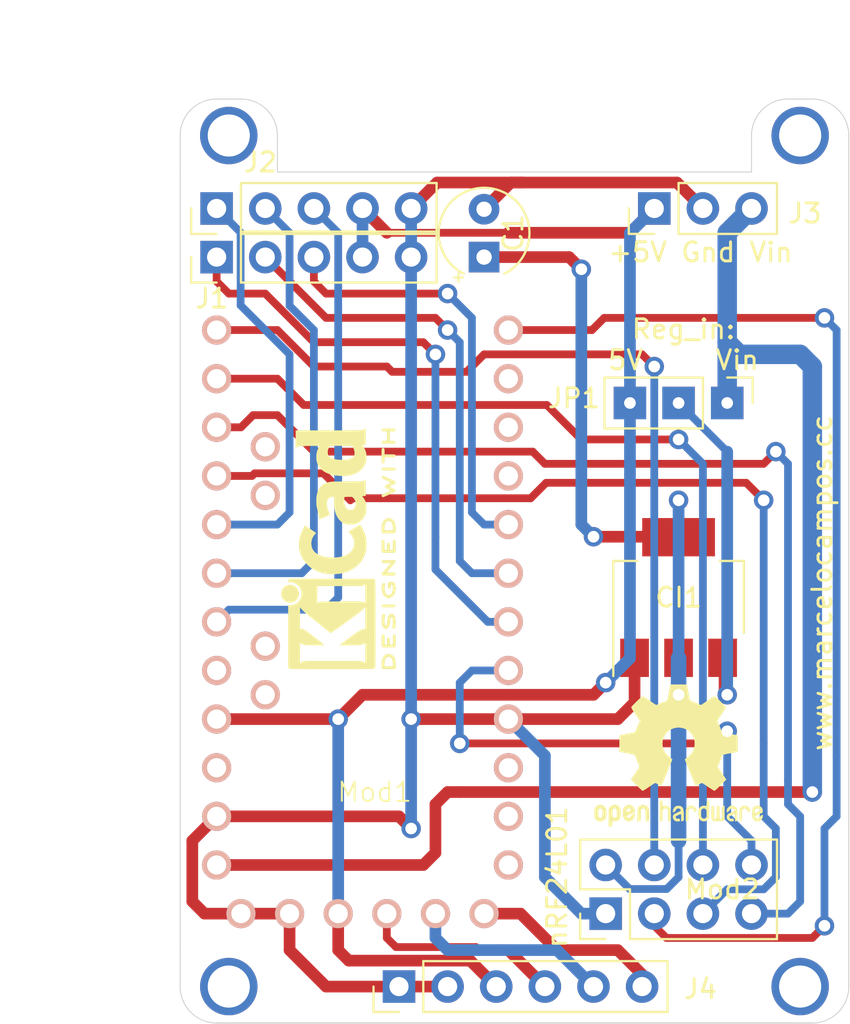
<source format=kicad_pcb>
(kicad_pcb (version 20171130) (host pcbnew "(5.1.6)-1")

  (general
    (thickness 1.6)
    (drawings 26)
    (tracks 247)
    (zones 0)
    (modules 15)
    (nets 33)
  )

  (page A4)
  (layers
    (0 F.Cu signal)
    (31 B.Cu signal)
    (36 B.SilkS user)
    (37 F.SilkS user)
    (38 B.Mask user)
    (39 F.Mask user)
    (42 Eco1.User user)
    (44 Edge.Cuts user)
    (45 Margin user)
    (46 B.CrtYd user)
    (47 F.CrtYd user)
  )

  (setup
    (last_trace_width 0.25)
    (user_trace_width 0.3048)
    (user_trace_width 0.4064)
    (user_trace_width 0.6096)
    (user_trace_width 0.8128)
    (user_trace_width 1.016)
    (user_trace_width 1.524)
    (trace_clearance 0.2)
    (zone_clearance 0.508)
    (zone_45_only no)
    (trace_min 0.2)
    (via_size 0.8)
    (via_drill 0.4)
    (via_min_size 0.4)
    (via_min_drill 0.3)
    (user_via 0.8128 0.6096)
    (user_via 1.016 0.6096)
    (uvia_size 0.3)
    (uvia_drill 0.1)
    (uvias_allowed no)
    (uvia_min_size 0.2)
    (uvia_min_drill 0.1)
    (edge_width 0.05)
    (segment_width 0.2)
    (pcb_text_width 0.3)
    (pcb_text_size 1.5 1.5)
    (mod_edge_width 0.12)
    (mod_text_size 1 1)
    (mod_text_width 0.15)
    (pad_size 1.524 1.524)
    (pad_drill 1)
    (pad_to_mask_clearance 0.05)
    (aux_axis_origin 0 0)
    (visible_elements 7FFFFFFF)
    (pcbplotparams
      (layerselection 0x010f0_ffffffff)
      (usegerberextensions false)
      (usegerberattributes true)
      (usegerberadvancedattributes true)
      (creategerberjobfile true)
      (excludeedgelayer true)
      (linewidth 0.100000)
      (plotframeref false)
      (viasonmask false)
      (mode 1)
      (useauxorigin false)
      (hpglpennumber 1)
      (hpglpenspeed 20)
      (hpglpendiameter 15.000000)
      (psnegative false)
      (psa4output false)
      (plotreference true)
      (plotvalue false)
      (plotinvisibletext false)
      (padsonsilk false)
      (subtractmaskfromsilk false)
      (outputformat 1)
      (mirror false)
      (drillshape 0)
      (scaleselection 1)
      (outputdirectory "Gerbers/"))
  )

  (net 0 "")
  (net 1 "Net-(C1-Pad1)")
  (net 2 "Net-(CI1-Pad3)")
  (net 3 Earth)
  (net 4 "Net-(J1-Pad1)")
  (net 5 "Net-(J1-Pad2)")
  (net 6 "Net-(J1-Pad3)")
  (net 7 "Net-(J1-Pad4)")
  (net 8 "Net-(J2-Pad3)")
  (net 9 "Net-(J2-Pad2)")
  (net 10 "Net-(J2-Pad1)")
  (net 11 "Net-(Mod1-Pad7)")
  (net 12 "Net-(Mod1-Pad8)")
  (net 13 "Net-(Mod1-Pad9)")
  (net 14 /~IRQ)
  (net 15 "Net-(Mod1-Pad15)")
  (net 16 "Net-(Mod1-Pad16)")
  (net 17 "Net-(Mod1-Pad17)")
  (net 18 /CE)
  (net 19 "Net-(Mod1-Pad21)")
  (net 20 "Net-(Mod1-Pad23)")
  (net 21 /SCK)
  (net 22 /MISO)
  (net 23 /MOSI)
  (net 24 /CSN-CS)
  (net 25 "Net-(J3-Pad3)")
  (net 26 "Net-(J4-Pad4)")
  (net 27 "Net-(J4-Pad5)")
  (net 28 "Net-(J4-Pad6)")
  (net 29 "Net-(J11-Pad1)")
  (net 30 "Net-(J12-Pad1)")
  (net 31 "Net-(J13-Pad1)")
  (net 32 "Net-(J14-Pad1)")

  (net_class Default "This is the default net class."
    (clearance 0.2)
    (trace_width 0.25)
    (via_dia 0.8)
    (via_drill 0.4)
    (uvia_dia 0.3)
    (uvia_drill 0.1)
    (add_net /CE)
    (add_net /CSN-CS)
    (add_net /MISO)
    (add_net /MOSI)
    (add_net /SCK)
    (add_net /~IRQ)
    (add_net Earth)
    (add_net "Net-(C1-Pad1)")
    (add_net "Net-(CI1-Pad3)")
    (add_net "Net-(J1-Pad1)")
    (add_net "Net-(J1-Pad2)")
    (add_net "Net-(J1-Pad3)")
    (add_net "Net-(J1-Pad4)")
    (add_net "Net-(J11-Pad1)")
    (add_net "Net-(J12-Pad1)")
    (add_net "Net-(J13-Pad1)")
    (add_net "Net-(J14-Pad1)")
    (add_net "Net-(J2-Pad1)")
    (add_net "Net-(J2-Pad2)")
    (add_net "Net-(J2-Pad3)")
    (add_net "Net-(J3-Pad3)")
    (add_net "Net-(J4-Pad4)")
    (add_net "Net-(J4-Pad5)")
    (add_net "Net-(J4-Pad6)")
    (add_net "Net-(Mod1-Pad15)")
    (add_net "Net-(Mod1-Pad16)")
    (add_net "Net-(Mod1-Pad17)")
    (add_net "Net-(Mod1-Pad21)")
    (add_net "Net-(Mod1-Pad23)")
    (add_net "Net-(Mod1-Pad7)")
    (add_net "Net-(Mod1-Pad8)")
    (add_net "Net-(Mod1-Pad9)")
  )

  (module Symbol:KiCad-Logo2_5mm_SilkScreen (layer F.Cu) (tedit 0) (tstamp 5FE689B8)
    (at 70.485 76.2 90)
    (descr "KiCad Logo")
    (tags "Logo KiCad")
    (attr virtual)
    (fp_text reference REF** (at 0 -5.08 90) (layer F.SilkS) hide
      (effects (font (size 1 1) (thickness 0.15)))
    )
    (fp_text value KiCad-Logo2_5mm_SilkScreen (at 0 5.08 90) (layer F.Fab) hide
      (effects (font (size 1 1) (thickness 0.15)))
    )
    (fp_poly (pts (xy -2.9464 -2.510946) (xy -2.935535 -2.397007) (xy -2.903918 -2.289384) (xy -2.853015 -2.190385)
      (xy -2.784293 -2.102316) (xy -2.699219 -2.027484) (xy -2.602232 -1.969616) (xy -2.495964 -1.929995)
      (xy -2.38895 -1.911427) (xy -2.2833 -1.912566) (xy -2.181125 -1.93207) (xy -2.084534 -1.968594)
      (xy -1.995638 -2.020795) (xy -1.916546 -2.087327) (xy -1.849369 -2.166848) (xy -1.796217 -2.258013)
      (xy -1.759199 -2.359477) (xy -1.740427 -2.469898) (xy -1.738489 -2.519794) (xy -1.738489 -2.607733)
      (xy -1.68656 -2.607733) (xy -1.650253 -2.604889) (xy -1.623355 -2.593089) (xy -1.596249 -2.569351)
      (xy -1.557867 -2.530969) (xy -1.557867 -0.339398) (xy -1.557876 -0.077261) (xy -1.557908 0.163241)
      (xy -1.557972 0.383048) (xy -1.558076 0.583101) (xy -1.558227 0.764344) (xy -1.558434 0.927716)
      (xy -1.558706 1.07416) (xy -1.55905 1.204617) (xy -1.559474 1.320029) (xy -1.559987 1.421338)
      (xy -1.560597 1.509484) (xy -1.561312 1.58541) (xy -1.56214 1.650057) (xy -1.563089 1.704367)
      (xy -1.564167 1.74928) (xy -1.565383 1.78574) (xy -1.566745 1.814687) (xy -1.568261 1.837063)
      (xy -1.569938 1.853809) (xy -1.571786 1.865868) (xy -1.573813 1.87418) (xy -1.576025 1.879687)
      (xy -1.577108 1.881537) (xy -1.581271 1.888549) (xy -1.584805 1.894996) (xy -1.588635 1.9009)
      (xy -1.593682 1.906286) (xy -1.600871 1.911178) (xy -1.611123 1.915598) (xy -1.625364 1.919572)
      (xy -1.644514 1.923121) (xy -1.669499 1.92627) (xy -1.70124 1.929042) (xy -1.740662 1.931461)
      (xy -1.788686 1.933551) (xy -1.846237 1.935335) (xy -1.914237 1.936837) (xy -1.99361 1.93808)
      (xy -2.085279 1.939089) (xy -2.190166 1.939885) (xy -2.309196 1.940494) (xy -2.44329 1.940939)
      (xy -2.593373 1.941243) (xy -2.760367 1.94143) (xy -2.945196 1.941524) (xy -3.148783 1.941548)
      (xy -3.37205 1.941525) (xy -3.615922 1.94148) (xy -3.881321 1.941437) (xy -3.919704 1.941432)
      (xy -4.186682 1.941389) (xy -4.432002 1.941318) (xy -4.656583 1.941213) (xy -4.861345 1.941066)
      (xy -5.047206 1.940869) (xy -5.215088 1.940616) (xy -5.365908 1.9403) (xy -5.500587 1.939913)
      (xy -5.620044 1.939447) (xy -5.725199 1.938897) (xy -5.816971 1.938253) (xy -5.896279 1.937511)
      (xy -5.964043 1.936661) (xy -6.021182 1.935697) (xy -6.068617 1.934611) (xy -6.107266 1.933397)
      (xy -6.138049 1.932047) (xy -6.161885 1.930555) (xy -6.179694 1.928911) (xy -6.192395 1.927111)
      (xy -6.200908 1.925145) (xy -6.205266 1.923477) (xy -6.213728 1.919906) (xy -6.221497 1.91727)
      (xy -6.228602 1.914634) (xy -6.235073 1.911062) (xy -6.240939 1.905621) (xy -6.246229 1.897375)
      (xy -6.250974 1.88539) (xy -6.255202 1.868731) (xy -6.258943 1.846463) (xy -6.262227 1.817652)
      (xy -6.265083 1.781363) (xy -6.26754 1.736661) (xy -6.269629 1.682611) (xy -6.271378 1.618279)
      (xy -6.272817 1.54273) (xy -6.273976 1.45503) (xy -6.274883 1.354243) (xy -6.275569 1.239434)
      (xy -6.276063 1.10967) (xy -6.276395 0.964015) (xy -6.276593 0.801535) (xy -6.276687 0.621295)
      (xy -6.276708 0.42236) (xy -6.276685 0.203796) (xy -6.276646 -0.035332) (xy -6.276622 -0.29596)
      (xy -6.276622 -0.338111) (xy -6.276636 -0.601008) (xy -6.276661 -0.842268) (xy -6.276671 -1.062835)
      (xy -6.276642 -1.263648) (xy -6.276548 -1.445651) (xy -6.276362 -1.609784) (xy -6.276059 -1.756989)
      (xy -6.275614 -1.888208) (xy -6.275034 -1.998133) (xy -5.972197 -1.998133) (xy -5.932407 -1.940289)
      (xy -5.921236 -1.924521) (xy -5.911166 -1.910559) (xy -5.902138 -1.897216) (xy -5.894097 -1.883307)
      (xy -5.886986 -1.867644) (xy -5.880747 -1.849042) (xy -5.875325 -1.826314) (xy -5.870662 -1.798273)
      (xy -5.866701 -1.763733) (xy -5.863385 -1.721508) (xy -5.860659 -1.670411) (xy -5.858464 -1.609256)
      (xy -5.856745 -1.536856) (xy -5.855444 -1.452025) (xy -5.854505 -1.353578) (xy -5.85387 -1.240326)
      (xy -5.853484 -1.111084) (xy -5.853288 -0.964666) (xy -5.853227 -0.799884) (xy -5.853243 -0.615553)
      (xy -5.85328 -0.410487) (xy -5.853289 -0.287867) (xy -5.853265 -0.070918) (xy -5.853231 0.124642)
      (xy -5.853243 0.299999) (xy -5.853358 0.456341) (xy -5.85363 0.594857) (xy -5.854118 0.716734)
      (xy -5.854876 0.82316) (xy -5.855962 0.915322) (xy -5.857431 0.994409) (xy -5.85934 1.061608)
      (xy -5.861744 1.118107) (xy -5.864701 1.165093) (xy -5.868266 1.203755) (xy -5.872495 1.23528)
      (xy -5.877446 1.260855) (xy -5.883173 1.28167) (xy -5.889733 1.298911) (xy -5.897183 1.313765)
      (xy -5.905579 1.327422) (xy -5.914976 1.341069) (xy -5.925432 1.355893) (xy -5.931523 1.364783)
      (xy -5.970296 1.4224) (xy -5.438732 1.4224) (xy -5.315483 1.422365) (xy -5.212987 1.422215)
      (xy -5.12942 1.421878) (xy -5.062956 1.421286) (xy -5.011771 1.420367) (xy -4.974041 1.419051)
      (xy -4.94794 1.417269) (xy -4.931644 1.414951) (xy -4.923328 1.412026) (xy -4.921168 1.408424)
      (xy -4.923339 1.404075) (xy -4.924535 1.402645) (xy -4.949685 1.365573) (xy -4.975583 1.312772)
      (xy -4.999192 1.25077) (xy -5.007461 1.224357) (xy -5.012078 1.206416) (xy -5.015979 1.185355)
      (xy -5.019248 1.159089) (xy -5.021966 1.125532) (xy -5.024215 1.082599) (xy -5.026077 1.028204)
      (xy -5.027636 0.960262) (xy -5.028972 0.876688) (xy -5.030169 0.775395) (xy -5.031308 0.6543)
      (xy -5.031685 0.6096) (xy -5.032702 0.484449) (xy -5.03346 0.380082) (xy -5.033903 0.294707)
      (xy -5.03397 0.226533) (xy -5.033605 0.173765) (xy -5.032748 0.134614) (xy -5.031341 0.107285)
      (xy -5.029325 0.089986) (xy -5.026643 0.080926) (xy -5.023236 0.078312) (xy -5.019044 0.080351)
      (xy -5.014571 0.084667) (xy -5.004216 0.097602) (xy -4.982158 0.126676) (xy -4.949957 0.169759)
      (xy -4.909174 0.224718) (xy -4.86137 0.289423) (xy -4.808105 0.361742) (xy -4.75094 0.439544)
      (xy -4.691437 0.520698) (xy -4.631155 0.603072) (xy -4.571655 0.684536) (xy -4.514498 0.762957)
      (xy -4.461245 0.836204) (xy -4.413457 0.902147) (xy -4.372693 0.958654) (xy -4.340516 1.003593)
      (xy -4.318485 1.034834) (xy -4.313917 1.041466) (xy -4.290996 1.078369) (xy -4.264188 1.126359)
      (xy -4.238789 1.175897) (xy -4.235568 1.182577) (xy -4.21389 1.230772) (xy -4.201304 1.268334)
      (xy -4.195574 1.30416) (xy -4.194456 1.3462) (xy -4.19509 1.4224) (xy -3.040651 1.4224)
      (xy -3.131815 1.328669) (xy -3.178612 1.278775) (xy -3.228899 1.222295) (xy -3.274944 1.168026)
      (xy -3.295369 1.142673) (xy -3.325807 1.103128) (xy -3.365862 1.049916) (xy -3.414361 0.984667)
      (xy -3.470135 0.909011) (xy -3.532011 0.824577) (xy -3.598819 0.732994) (xy -3.669387 0.635892)
      (xy -3.742545 0.534901) (xy -3.817121 0.43165) (xy -3.891944 0.327768) (xy -3.965843 0.224885)
      (xy -4.037646 0.124631) (xy -4.106184 0.028636) (xy -4.170284 -0.061473) (xy -4.228775 -0.144064)
      (xy -4.280486 -0.217508) (xy -4.324247 -0.280176) (xy -4.358885 -0.330439) (xy -4.38323 -0.366666)
      (xy -4.396111 -0.387229) (xy -4.397869 -0.391332) (xy -4.38991 -0.402658) (xy -4.369115 -0.429838)
      (xy -4.336847 -0.471171) (xy -4.29447 -0.524956) (xy -4.243347 -0.589494) (xy -4.184841 -0.663082)
      (xy -4.120314 -0.744022) (xy -4.051131 -0.830612) (xy -3.978653 -0.921152) (xy -3.904246 -1.01394)
      (xy -3.844517 -1.088298) (xy -2.833511 -1.088298) (xy -2.827602 -1.075341) (xy -2.813272 -1.053092)
      (xy -2.812225 -1.051609) (xy -2.793438 -1.021456) (xy -2.773791 -0.984625) (xy -2.769892 -0.976489)
      (xy -2.766356 -0.96806) (xy -2.76323 -0.957941) (xy -2.760486 -0.94474) (xy -2.758092 -0.927062)
      (xy -2.756019 -0.903516) (xy -2.754235 -0.872707) (xy -2.752712 -0.833243) (xy -2.751419 -0.783731)
      (xy -2.750326 -0.722777) (xy -2.749403 -0.648989) (xy -2.748619 -0.560972) (xy -2.747945 -0.457335)
      (xy -2.74735 -0.336684) (xy -2.746805 -0.197626) (xy -2.746279 -0.038768) (xy -2.745745 0.140089)
      (xy -2.745206 0.325207) (xy -2.744772 0.489145) (xy -2.744509 0.633303) (xy -2.744484 0.759079)
      (xy -2.744765 0.867871) (xy -2.745419 0.961077) (xy -2.746514 1.040097) (xy -2.748118 1.106328)
      (xy -2.750297 1.16117) (xy -2.753119 1.206021) (xy -2.756651 1.242278) (xy -2.760961 1.271341)
      (xy -2.766117 1.294609) (xy -2.772185 1.313479) (xy -2.779233 1.329351) (xy -2.787329 1.343622)
      (xy -2.79654 1.357691) (xy -2.80504 1.370158) (xy -2.822176 1.396452) (xy -2.832322 1.414037)
      (xy -2.833511 1.417257) (xy -2.822604 1.418334) (xy -2.791411 1.419335) (xy -2.742223 1.420235)
      (xy -2.677333 1.42101) (xy -2.59903 1.421637) (xy -2.509607 1.422091) (xy -2.411356 1.422349)
      (xy -2.342445 1.4224) (xy -2.237452 1.42218) (xy -2.14061 1.421548) (xy -2.054107 1.420549)
      (xy -1.980132 1.419227) (xy -1.920874 1.417626) (xy -1.87852 1.415791) (xy -1.85526 1.413765)
      (xy -1.851378 1.412493) (xy -1.859076 1.397591) (xy -1.867074 1.38956) (xy -1.880246 1.372434)
      (xy -1.897485 1.342183) (xy -1.909407 1.317622) (xy -1.936045 1.258711) (xy -1.93912 0.081845)
      (xy -1.942195 -1.095022) (xy -2.387853 -1.095022) (xy -2.48567 -1.094858) (xy -2.576064 -1.094389)
      (xy -2.65663 -1.093653) (xy -2.724962 -1.092684) (xy -2.778656 -1.09152) (xy -2.815305 -1.090197)
      (xy -2.832504 -1.088751) (xy -2.833511 -1.088298) (xy -3.844517 -1.088298) (xy -3.82927 -1.107278)
      (xy -3.75509 -1.199463) (xy -3.683069 -1.288796) (xy -3.614569 -1.373576) (xy -3.550955 -1.452102)
      (xy -3.493588 -1.522674) (xy -3.443833 -1.583591) (xy -3.403052 -1.633153) (xy -3.385888 -1.653822)
      (xy -3.299596 -1.754484) (xy -3.222997 -1.837741) (xy -3.154183 -1.905562) (xy -3.091248 -1.959911)
      (xy -3.081867 -1.967278) (xy -3.042356 -1.997883) (xy -4.174116 -1.998133) (xy -4.168827 -1.950156)
      (xy -4.17213 -1.892812) (xy -4.193661 -1.824537) (xy -4.233635 -1.744788) (xy -4.278943 -1.672505)
      (xy -4.295161 -1.64986) (xy -4.323214 -1.612304) (xy -4.36143 -1.561979) (xy -4.408137 -1.501027)
      (xy -4.461661 -1.431589) (xy -4.520331 -1.355806) (xy -4.582475 -1.27582) (xy -4.646421 -1.193772)
      (xy -4.710495 -1.111804) (xy -4.773027 -1.032057) (xy -4.832343 -0.956673) (xy -4.886771 -0.887793)
      (xy -4.934639 -0.827558) (xy -4.974275 -0.778111) (xy -5.004006 -0.741592) (xy -5.022161 -0.720142)
      (xy -5.02522 -0.716844) (xy -5.028079 -0.724851) (xy -5.030293 -0.755145) (xy -5.031857 -0.807444)
      (xy -5.032767 -0.881469) (xy -5.03302 -0.976937) (xy -5.032613 -1.093566) (xy -5.031704 -1.213555)
      (xy -5.030382 -1.345667) (xy -5.028857 -1.457406) (xy -5.026881 -1.550975) (xy -5.024206 -1.628581)
      (xy -5.020582 -1.692426) (xy -5.015761 -1.744717) (xy -5.009494 -1.787656) (xy -5.001532 -1.823449)
      (xy -4.991627 -1.8543) (xy -4.979531 -1.882414) (xy -4.964993 -1.909995) (xy -4.950311 -1.935034)
      (xy -4.912314 -1.998133) (xy -5.972197 -1.998133) (xy -6.275034 -1.998133) (xy -6.275001 -2.004383)
      (xy -6.274195 -2.106456) (xy -6.27317 -2.195367) (xy -6.2719 -2.272059) (xy -6.27036 -2.337473)
      (xy -6.268524 -2.392551) (xy -6.266367 -2.438235) (xy -6.263863 -2.475466) (xy -6.260987 -2.505187)
      (xy -6.257713 -2.528338) (xy -6.254015 -2.545861) (xy -6.249869 -2.558699) (xy -6.245247 -2.567792)
      (xy -6.240126 -2.574082) (xy -6.234478 -2.578512) (xy -6.228279 -2.582022) (xy -6.221504 -2.585555)
      (xy -6.215508 -2.589124) (xy -6.210275 -2.5917) (xy -6.202099 -2.594028) (xy -6.189886 -2.596122)
      (xy -6.172541 -2.597993) (xy -6.148969 -2.599653) (xy -6.118077 -2.601116) (xy -6.078768 -2.602392)
      (xy -6.02995 -2.603496) (xy -5.970527 -2.604439) (xy -5.899404 -2.605233) (xy -5.815488 -2.605891)
      (xy -5.717683 -2.606425) (xy -5.604894 -2.606847) (xy -5.476029 -2.607171) (xy -5.329991 -2.607408)
      (xy -5.165686 -2.60757) (xy -4.98202 -2.60767) (xy -4.777897 -2.60772) (xy -4.566753 -2.607733)
      (xy -2.9464 -2.607733) (xy -2.9464 -2.510946)) (layer F.SilkS) (width 0.01))
    (fp_poly (pts (xy 0.328429 -2.050929) (xy 0.48857 -2.029755) (xy 0.65251 -1.989615) (xy 0.822313 -1.930111)
      (xy 1.000043 -1.850846) (xy 1.01131 -1.845301) (xy 1.069005 -1.817275) (xy 1.120552 -1.793198)
      (xy 1.162191 -1.774751) (xy 1.190162 -1.763614) (xy 1.199733 -1.761067) (xy 1.21895 -1.756059)
      (xy 1.223561 -1.751853) (xy 1.218458 -1.74142) (xy 1.202418 -1.715132) (xy 1.177288 -1.675743)
      (xy 1.144914 -1.626009) (xy 1.107143 -1.568685) (xy 1.065822 -1.506524) (xy 1.022798 -1.442282)
      (xy 0.979917 -1.378715) (xy 0.939026 -1.318575) (xy 0.901971 -1.26462) (xy 0.8706 -1.219603)
      (xy 0.846759 -1.186279) (xy 0.832294 -1.167403) (xy 0.830309 -1.165213) (xy 0.820191 -1.169862)
      (xy 0.79785 -1.187038) (xy 0.76728 -1.21356) (xy 0.751536 -1.228036) (xy 0.655047 -1.303318)
      (xy 0.548336 -1.358759) (xy 0.432832 -1.393859) (xy 0.309962 -1.40812) (xy 0.240561 -1.406949)
      (xy 0.119423 -1.389788) (xy 0.010205 -1.353906) (xy -0.087418 -1.299041) (xy -0.173772 -1.22493)
      (xy -0.249185 -1.131312) (xy -0.313982 -1.017924) (xy -0.351399 -0.931333) (xy -0.395252 -0.795634)
      (xy -0.427572 -0.64815) (xy -0.448443 -0.492686) (xy -0.457949 -0.333044) (xy -0.456173 -0.173027)
      (xy -0.443197 -0.016439) (xy -0.419106 0.132918) (xy -0.383982 0.27124) (xy -0.337908 0.394724)
      (xy -0.321627 0.428978) (xy -0.25338 0.543064) (xy -0.172921 0.639557) (xy -0.08143 0.71767)
      (xy 0.019911 0.776617) (xy 0.12992 0.815612) (xy 0.247415 0.833868) (xy 0.288883 0.835211)
      (xy 0.410441 0.82429) (xy 0.530878 0.791474) (xy 0.648666 0.737439) (xy 0.762277 0.662865)
      (xy 0.853685 0.584539) (xy 0.900215 0.540008) (xy 1.081483 0.837271) (xy 1.12658 0.911433)
      (xy 1.167819 0.979646) (xy 1.203735 1.039459) (xy 1.232866 1.08842) (xy 1.25375 1.124079)
      (xy 1.264924 1.143984) (xy 1.266375 1.147079) (xy 1.258146 1.156718) (xy 1.232567 1.173999)
      (xy 1.192873 1.197283) (xy 1.142297 1.224934) (xy 1.084074 1.255315) (xy 1.021437 1.28679)
      (xy 0.957621 1.317722) (xy 0.89586 1.346473) (xy 0.839388 1.371408) (xy 0.791438 1.390889)
      (xy 0.767986 1.399318) (xy 0.634221 1.437133) (xy 0.496327 1.462136) (xy 0.348622 1.47514)
      (xy 0.221833 1.477468) (xy 0.153878 1.476373) (xy 0.088277 1.474275) (xy 0.030847 1.471434)
      (xy -0.012597 1.468106) (xy -0.026702 1.466422) (xy -0.165716 1.437587) (xy -0.307243 1.392468)
      (xy -0.444725 1.33375) (xy -0.571606 1.26412) (xy -0.649111 1.211441) (xy -0.776519 1.103239)
      (xy -0.894822 0.976671) (xy -1.001828 0.834866) (xy -1.095348 0.680951) (xy -1.17319 0.518053)
      (xy -1.217044 0.400756) (xy -1.267292 0.217128) (xy -1.300791 0.022581) (xy -1.317551 -0.178675)
      (xy -1.317584 -0.382432) (xy -1.300899 -0.584479) (xy -1.267507 -0.780608) (xy -1.21742 -0.966609)
      (xy -1.213603 -0.978197) (xy -1.150719 -1.14025) (xy -1.073972 -1.288168) (xy -0.980758 -1.426135)
      (xy -0.868473 -1.558339) (xy -0.824608 -1.603601) (xy -0.688466 -1.727543) (xy -0.548509 -1.830085)
      (xy -0.402589 -1.912344) (xy -0.248558 -1.975436) (xy -0.084268 -2.020477) (xy 0.011289 -2.037967)
      (xy 0.170023 -2.053534) (xy 0.328429 -2.050929)) (layer F.SilkS) (width 0.01))
    (fp_poly (pts (xy 2.673574 -1.133448) (xy 2.825492 -1.113433) (xy 2.960756 -1.079798) (xy 3.080239 -1.032275)
      (xy 3.184815 -0.970595) (xy 3.262424 -0.907035) (xy 3.331265 -0.832901) (xy 3.385006 -0.753129)
      (xy 3.42791 -0.660909) (xy 3.443384 -0.617839) (xy 3.456244 -0.578858) (xy 3.467446 -0.542711)
      (xy 3.47712 -0.507566) (xy 3.485396 -0.47159) (xy 3.492403 -0.43295) (xy 3.498272 -0.389815)
      (xy 3.503131 -0.340351) (xy 3.50711 -0.282727) (xy 3.51034 -0.215109) (xy 3.512949 -0.135666)
      (xy 3.515067 -0.042564) (xy 3.516824 0.066027) (xy 3.518349 0.191942) (xy 3.519772 0.337012)
      (xy 3.521025 0.479778) (xy 3.522351 0.635968) (xy 3.523556 0.771239) (xy 3.524766 0.887246)
      (xy 3.526106 0.985645) (xy 3.5277 1.068093) (xy 3.529675 1.136246) (xy 3.532156 1.19176)
      (xy 3.535269 1.236292) (xy 3.539138 1.271498) (xy 3.543889 1.299034) (xy 3.549648 1.320556)
      (xy 3.556539 1.337722) (xy 3.564689 1.352186) (xy 3.574223 1.365606) (xy 3.585266 1.379638)
      (xy 3.589566 1.385071) (xy 3.605386 1.40791) (xy 3.612422 1.423463) (xy 3.612444 1.423922)
      (xy 3.601567 1.426121) (xy 3.570582 1.428147) (xy 3.521957 1.429942) (xy 3.458163 1.431451)
      (xy 3.381669 1.432616) (xy 3.294944 1.43338) (xy 3.200457 1.433686) (xy 3.18955 1.433689)
      (xy 2.766657 1.433689) (xy 2.763395 1.337622) (xy 2.760133 1.241556) (xy 2.698044 1.292543)
      (xy 2.600714 1.360057) (xy 2.490813 1.414749) (xy 2.404349 1.444978) (xy 2.335278 1.459666)
      (xy 2.251925 1.469659) (xy 2.162159 1.474646) (xy 2.073845 1.474313) (xy 1.994851 1.468351)
      (xy 1.958622 1.462638) (xy 1.818603 1.424776) (xy 1.692178 1.369932) (xy 1.58026 1.298924)
      (xy 1.483762 1.212568) (xy 1.4036 1.111679) (xy 1.340687 0.997076) (xy 1.296312 0.870984)
      (xy 1.283978 0.814401) (xy 1.276368 0.752202) (xy 1.272739 0.677363) (xy 1.272245 0.643467)
      (xy 1.27231 0.640282) (xy 2.032248 0.640282) (xy 2.041541 0.715333) (xy 2.069728 0.77916)
      (xy 2.118197 0.834798) (xy 2.123254 0.839211) (xy 2.171548 0.874037) (xy 2.223257 0.89662)
      (xy 2.283989 0.90854) (xy 2.359352 0.911383) (xy 2.377459 0.910978) (xy 2.431278 0.908325)
      (xy 2.471308 0.902909) (xy 2.506324 0.892745) (xy 2.545103 0.87585) (xy 2.555745 0.870672)
      (xy 2.616396 0.834844) (xy 2.663215 0.792212) (xy 2.675952 0.776973) (xy 2.720622 0.720462)
      (xy 2.720622 0.524586) (xy 2.720086 0.445939) (xy 2.718396 0.387988) (xy 2.715428 0.348875)
      (xy 2.711057 0.326741) (xy 2.706972 0.320274) (xy 2.691047 0.317111) (xy 2.657264 0.314488)
      (xy 2.61034 0.312655) (xy 2.554993 0.311857) (xy 2.546106 0.311842) (xy 2.42533 0.317096)
      (xy 2.32266 0.333263) (xy 2.236106 0.360961) (xy 2.163681 0.400808) (xy 2.108751 0.447758)
      (xy 2.064204 0.505645) (xy 2.03948 0.568693) (xy 2.032248 0.640282) (xy 1.27231 0.640282)
      (xy 1.274178 0.549712) (xy 1.282522 0.470812) (xy 1.298768 0.39959) (xy 1.324405 0.328864)
      (xy 1.348401 0.276493) (xy 1.40702 0.181196) (xy 1.485117 0.09317) (xy 1.580315 0.014017)
      (xy 1.690238 -0.05466) (xy 1.81251 -0.111259) (xy 1.944755 -0.154179) (xy 2.009422 -0.169118)
      (xy 2.145604 -0.191223) (xy 2.294049 -0.205806) (xy 2.445505 -0.212187) (xy 2.572064 -0.210555)
      (xy 2.73395 -0.203776) (xy 2.72653 -0.262755) (xy 2.707238 -0.361908) (xy 2.676104 -0.442628)
      (xy 2.632269 -0.505534) (xy 2.574871 -0.551244) (xy 2.503048 -0.580378) (xy 2.415941 -0.593553)
      (xy 2.312686 -0.591389) (xy 2.274711 -0.587388) (xy 2.13352 -0.56222) (xy 1.996707 -0.521186)
      (xy 1.902178 -0.483185) (xy 1.857018 -0.46381) (xy 1.818585 -0.44824) (xy 1.792234 -0.438595)
      (xy 1.784546 -0.436548) (xy 1.774802 -0.445626) (xy 1.758083 -0.474595) (xy 1.734232 -0.523783)
      (xy 1.703093 -0.593516) (xy 1.664507 -0.684121) (xy 1.65791 -0.699911) (xy 1.627853 -0.772228)
      (xy 1.600874 -0.837575) (xy 1.578136 -0.893094) (xy 1.560806 -0.935928) (xy 1.550048 -0.963219)
      (xy 1.546941 -0.972058) (xy 1.55694 -0.976813) (xy 1.583217 -0.98209) (xy 1.611489 -0.985769)
      (xy 1.641646 -0.990526) (xy 1.689433 -0.999972) (xy 1.750612 -1.01318) (xy 1.820946 -1.029224)
      (xy 1.896194 -1.04718) (xy 1.924755 -1.054203) (xy 2.029816 -1.079791) (xy 2.11748 -1.099853)
      (xy 2.192068 -1.115031) (xy 2.257903 -1.125965) (xy 2.319307 -1.133296) (xy 2.380602 -1.137665)
      (xy 2.44611 -1.139713) (xy 2.504128 -1.140111) (xy 2.673574 -1.133448)) (layer F.SilkS) (width 0.01))
    (fp_poly (pts (xy 6.186507 -0.527755) (xy 6.186526 -0.293338) (xy 6.186552 -0.080397) (xy 6.186625 0.112168)
      (xy 6.186782 0.285459) (xy 6.187064 0.440576) (xy 6.187509 0.57862) (xy 6.188156 0.700692)
      (xy 6.189045 0.807894) (xy 6.190213 0.901326) (xy 6.191701 0.98209) (xy 6.193546 1.051286)
      (xy 6.195789 1.110015) (xy 6.198469 1.159379) (xy 6.201623 1.200478) (xy 6.205292 1.234413)
      (xy 6.209513 1.262286) (xy 6.214327 1.285198) (xy 6.219773 1.304249) (xy 6.225888 1.32054)
      (xy 6.232712 1.335173) (xy 6.240285 1.349249) (xy 6.248645 1.363868) (xy 6.253839 1.372974)
      (xy 6.288104 1.433689) (xy 5.429955 1.433689) (xy 5.429955 1.337733) (xy 5.429224 1.29437)
      (xy 5.427272 1.261205) (xy 5.424463 1.243424) (xy 5.423221 1.241778) (xy 5.411799 1.248662)
      (xy 5.389084 1.266505) (xy 5.366385 1.285879) (xy 5.3118 1.326614) (xy 5.242321 1.367617)
      (xy 5.16527 1.405123) (xy 5.087965 1.435364) (xy 5.057113 1.445012) (xy 4.988616 1.459578)
      (xy 4.905764 1.469539) (xy 4.816371 1.474583) (xy 4.728248 1.474396) (xy 4.649207 1.468666)
      (xy 4.611511 1.462858) (xy 4.473414 1.424797) (xy 4.346113 1.367073) (xy 4.230292 1.290211)
      (xy 4.126637 1.194739) (xy 4.035833 1.081179) (xy 3.969031 0.970381) (xy 3.914164 0.853625)
      (xy 3.872163 0.734276) (xy 3.842167 0.608283) (xy 3.823311 0.471594) (xy 3.814732 0.320158)
      (xy 3.814006 0.242711) (xy 3.8161 0.185934) (xy 4.645217 0.185934) (xy 4.645424 0.279002)
      (xy 4.648337 0.366692) (xy 4.654 0.443772) (xy 4.662455 0.505009) (xy 4.665038 0.51735)
      (xy 4.69684 0.624633) (xy 4.738498 0.711658) (xy 4.790363 0.778642) (xy 4.852781 0.825805)
      (xy 4.9261 0.853365) (xy 5.010669 0.861541) (xy 5.106835 0.850551) (xy 5.170311 0.834829)
      (xy 5.219454 0.816639) (xy 5.273583 0.790791) (xy 5.314244 0.767089) (xy 5.3848 0.720721)
      (xy 5.3848 -0.42947) (xy 5.317392 -0.473038) (xy 5.238867 -0.51396) (xy 5.154681 -0.540611)
      (xy 5.069557 -0.552535) (xy 4.988216 -0.549278) (xy 4.91538 -0.530385) (xy 4.883426 -0.514816)
      (xy 4.825501 -0.471819) (xy 4.776544 -0.415047) (xy 4.73539 -0.342425) (xy 4.700874 -0.251879)
      (xy 4.671833 -0.141334) (xy 4.670552 -0.135467) (xy 4.660381 -0.073212) (xy 4.652739 0.004594)
      (xy 4.64767 0.09272) (xy 4.645217 0.185934) (xy 3.8161 0.185934) (xy 3.821857 0.029895)
      (xy 3.843802 -0.165941) (xy 3.879786 -0.344668) (xy 3.929759 -0.506155) (xy 3.993668 -0.650274)
      (xy 4.071462 -0.776894) (xy 4.163089 -0.885885) (xy 4.268497 -0.977117) (xy 4.313662 -1.008068)
      (xy 4.414611 -1.064215) (xy 4.517901 -1.103826) (xy 4.627989 -1.127986) (xy 4.74933 -1.137781)
      (xy 4.841836 -1.136735) (xy 4.97149 -1.125769) (xy 5.084084 -1.103954) (xy 5.182875 -1.070286)
      (xy 5.271121 -1.023764) (xy 5.319986 -0.989552) (xy 5.349353 -0.967638) (xy 5.371043 -0.952667)
      (xy 5.379253 -0.948267) (xy 5.380868 -0.959096) (xy 5.382159 -0.989749) (xy 5.383138 -1.037474)
      (xy 5.383817 -1.099521) (xy 5.38421 -1.173138) (xy 5.38433 -1.255573) (xy 5.384188 -1.344075)
      (xy 5.383797 -1.435893) (xy 5.383171 -1.528276) (xy 5.38232 -1.618472) (xy 5.38126 -1.703729)
      (xy 5.380001 -1.781297) (xy 5.378556 -1.848424) (xy 5.376938 -1.902359) (xy 5.375161 -1.94035)
      (xy 5.374669 -1.947333) (xy 5.367092 -2.017749) (xy 5.355531 -2.072898) (xy 5.337792 -2.120019)
      (xy 5.311682 -2.166353) (xy 5.305415 -2.175933) (xy 5.280983 -2.212622) (xy 6.186311 -2.212622)
      (xy 6.186507 -0.527755)) (layer F.SilkS) (width 0.01))
    (fp_poly (pts (xy -2.273043 -2.973429) (xy -2.176768 -2.949191) (xy -2.090184 -2.906359) (xy -2.015373 -2.846581)
      (xy -1.954418 -2.771506) (xy -1.909399 -2.68278) (xy -1.883136 -2.58647) (xy -1.877286 -2.489205)
      (xy -1.89214 -2.395346) (xy -1.92584 -2.307489) (xy -1.976528 -2.22823) (xy -2.042345 -2.160164)
      (xy -2.121434 -2.105888) (xy -2.211934 -2.067998) (xy -2.2632 -2.055574) (xy -2.307698 -2.048053)
      (xy -2.341999 -2.045081) (xy -2.37496 -2.046906) (xy -2.415434 -2.053775) (xy -2.448531 -2.06075)
      (xy -2.541947 -2.092259) (xy -2.625619 -2.143383) (xy -2.697665 -2.212571) (xy -2.7562 -2.298272)
      (xy -2.770148 -2.325511) (xy -2.786586 -2.361878) (xy -2.796894 -2.392418) (xy -2.80246 -2.42455)
      (xy -2.804669 -2.465693) (xy -2.804948 -2.511778) (xy -2.800861 -2.596135) (xy -2.787446 -2.665414)
      (xy -2.762256 -2.726039) (xy -2.722846 -2.784433) (xy -2.684298 -2.828698) (xy -2.612406 -2.894516)
      (xy -2.537313 -2.939947) (xy -2.454562 -2.96715) (xy -2.376928 -2.977424) (xy -2.273043 -2.973429)) (layer F.SilkS) (width 0.01))
    (fp_poly (pts (xy -6.121371 2.269066) (xy -6.081889 2.269467) (xy -5.9662 2.272259) (xy -5.869311 2.28055)
      (xy -5.787919 2.295232) (xy -5.718723 2.317193) (xy -5.65842 2.347322) (xy -5.603708 2.38651)
      (xy -5.584167 2.403532) (xy -5.55175 2.443363) (xy -5.52252 2.497413) (xy -5.499991 2.557323)
      (xy -5.487679 2.614739) (xy -5.4864 2.635956) (xy -5.494417 2.694769) (xy -5.515899 2.759013)
      (xy -5.546999 2.819821) (xy -5.583866 2.86833) (xy -5.589854 2.874182) (xy -5.640579 2.915321)
      (xy -5.696125 2.947435) (xy -5.759696 2.971365) (xy -5.834494 2.987953) (xy -5.923722 2.998041)
      (xy -6.030582 3.002469) (xy -6.079528 3.002845) (xy -6.141762 3.002545) (xy -6.185528 3.001292)
      (xy -6.214931 2.998554) (xy -6.234079 2.993801) (xy -6.247077 2.986501) (xy -6.254045 2.980267)
      (xy -6.260626 2.972694) (xy -6.265788 2.962924) (xy -6.269703 2.94834) (xy -6.272543 2.926326)
      (xy -6.27448 2.894264) (xy -6.275684 2.849536) (xy -6.276328 2.789526) (xy -6.276583 2.711617)
      (xy -6.276622 2.635956) (xy -6.27687 2.535041) (xy -6.276817 2.454427) (xy -6.275857 2.415822)
      (xy -6.129867 2.415822) (xy -6.129867 2.856089) (xy -6.036734 2.856004) (xy -5.980693 2.854396)
      (xy -5.921999 2.850256) (xy -5.873028 2.844464) (xy -5.871538 2.844226) (xy -5.792392 2.82509)
      (xy -5.731002 2.795287) (xy -5.684305 2.752878) (xy -5.654635 2.706961) (xy -5.636353 2.656026)
      (xy -5.637771 2.6082) (xy -5.658988 2.556933) (xy -5.700489 2.503899) (xy -5.757998 2.4646)
      (xy -5.83275 2.438331) (xy -5.882708 2.429035) (xy -5.939416 2.422507) (xy -5.999519 2.417782)
      (xy -6.050639 2.415817) (xy -6.053667 2.415808) (xy -6.129867 2.415822) (xy -6.275857 2.415822)
      (xy -6.27526 2.391851) (xy -6.270998 2.345055) (xy -6.26283 2.311778) (xy -6.249556 2.289759)
      (xy -6.229974 2.276739) (xy -6.202883 2.270457) (xy -6.167082 2.268653) (xy -6.121371 2.269066)) (layer F.SilkS) (width 0.01))
    (fp_poly (pts (xy -4.712794 2.269146) (xy -4.643386 2.269518) (xy -4.590997 2.270385) (xy -4.552847 2.271946)
      (xy -4.526159 2.274403) (xy -4.508153 2.277957) (xy -4.496049 2.28281) (xy -4.487069 2.289161)
      (xy -4.483818 2.292084) (xy -4.464043 2.323142) (xy -4.460482 2.358828) (xy -4.473491 2.39051)
      (xy -4.479506 2.396913) (xy -4.489235 2.403121) (xy -4.504901 2.40791) (xy -4.529408 2.411514)
      (xy -4.565661 2.414164) (xy -4.616565 2.416095) (xy -4.685026 2.417539) (xy -4.747617 2.418418)
      (xy -4.995334 2.421467) (xy -4.998719 2.486378) (xy -5.002105 2.551289) (xy -4.833958 2.551289)
      (xy -4.760959 2.551919) (xy -4.707517 2.554553) (xy -4.670628 2.560309) (xy -4.647288 2.570304)
      (xy -4.634494 2.585656) (xy -4.629242 2.607482) (xy -4.628445 2.627738) (xy -4.630923 2.652592)
      (xy -4.640277 2.670906) (xy -4.659383 2.683637) (xy -4.691118 2.691741) (xy -4.738359 2.696176)
      (xy -4.803983 2.697899) (xy -4.839801 2.698045) (xy -5.000978 2.698045) (xy -5.000978 2.856089)
      (xy -4.752622 2.856089) (xy -4.671213 2.856202) (xy -4.609342 2.856712) (xy -4.563968 2.85787)
      (xy -4.532054 2.85993) (xy -4.510559 2.863146) (xy -4.496443 2.867772) (xy -4.486668 2.874059)
      (xy -4.481689 2.878667) (xy -4.46461 2.90556) (xy -4.459111 2.929467) (xy -4.466963 2.958667)
      (xy -4.481689 2.980267) (xy -4.489546 2.987066) (xy -4.499688 2.992346) (xy -4.514844 2.996298)
      (xy -4.537741 2.999113) (xy -4.571109 3.000982) (xy -4.617675 3.002098) (xy -4.680167 3.002651)
      (xy -4.761314 3.002833) (xy -4.803422 3.002845) (xy -4.893598 3.002765) (xy -4.963924 3.002398)
      (xy -5.017129 3.001552) (xy -5.05594 3.000036) (xy -5.083087 2.997659) (xy -5.101298 2.994229)
      (xy -5.1133 2.989554) (xy -5.121822 2.983444) (xy -5.125156 2.980267) (xy -5.131755 2.97267)
      (xy -5.136927 2.96287) (xy -5.140846 2.948239) (xy -5.143684 2.926152) (xy -5.145615 2.893982)
      (xy -5.146812 2.849103) (xy -5.147448 2.788889) (xy -5.147697 2.710713) (xy -5.147734 2.637923)
      (xy -5.1477 2.544707) (xy -5.147465 2.471431) (xy -5.14683 2.415458) (xy -5.145594 2.374151)
      (xy -5.143556 2.344872) (xy -5.140517 2.324984) (xy -5.136277 2.31185) (xy -5.130635 2.302832)
      (xy -5.123391 2.295293) (xy -5.121606 2.293612) (xy -5.112945 2.286172) (xy -5.102882 2.280409)
      (xy -5.088625 2.276112) (xy -5.067383 2.273064) (xy -5.036364 2.271051) (xy -4.992777 2.26986)
      (xy -4.933831 2.269275) (xy -4.856734 2.269083) (xy -4.802001 2.269067) (xy -4.712794 2.269146)) (layer F.SilkS) (width 0.01))
    (fp_poly (pts (xy -3.691703 2.270351) (xy -3.616888 2.275581) (xy -3.547306 2.28375) (xy -3.487002 2.29455)
      (xy -3.44002 2.307673) (xy -3.410406 2.322813) (xy -3.40586 2.327269) (xy -3.390054 2.36185)
      (xy -3.394847 2.397351) (xy -3.419364 2.427725) (xy -3.420534 2.428596) (xy -3.434954 2.437954)
      (xy -3.450008 2.442876) (xy -3.471005 2.443473) (xy -3.503257 2.439861) (xy -3.552073 2.432154)
      (xy -3.556 2.431505) (xy -3.628739 2.422569) (xy -3.707217 2.418161) (xy -3.785927 2.418119)
      (xy -3.859361 2.422279) (xy -3.922011 2.430479) (xy -3.96837 2.442557) (xy -3.971416 2.443771)
      (xy -4.005048 2.462615) (xy -4.016864 2.481685) (xy -4.007614 2.500439) (xy -3.978047 2.518337)
      (xy -3.928911 2.534837) (xy -3.860957 2.549396) (xy -3.815645 2.556406) (xy -3.721456 2.569889)
      (xy -3.646544 2.582214) (xy -3.587717 2.594449) (xy -3.541785 2.607661) (xy -3.505555 2.622917)
      (xy -3.475838 2.641285) (xy -3.449442 2.663831) (xy -3.42823 2.685971) (xy -3.403065 2.716819)
      (xy -3.390681 2.743345) (xy -3.386808 2.776026) (xy -3.386667 2.787995) (xy -3.389576 2.827712)
      (xy -3.401202 2.857259) (xy -3.421323 2.883486) (xy -3.462216 2.923576) (xy -3.507817 2.954149)
      (xy -3.561513 2.976203) (xy -3.626692 2.990735) (xy -3.706744 2.998741) (xy -3.805057 3.001218)
      (xy -3.821289 3.001177) (xy -3.886849 2.999818) (xy -3.951866 2.99673) (xy -4.009252 2.992356)
      (xy -4.051922 2.98714) (xy -4.055372 2.986541) (xy -4.097796 2.976491) (xy -4.13378 2.963796)
      (xy -4.15415 2.95219) (xy -4.173107 2.921572) (xy -4.174427 2.885918) (xy -4.158085 2.854144)
      (xy -4.154429 2.850551) (xy -4.139315 2.839876) (xy -4.120415 2.835276) (xy -4.091162 2.836059)
      (xy -4.055651 2.840127) (xy -4.01597 2.843762) (xy -3.960345 2.846828) (xy -3.895406 2.849053)
      (xy -3.827785 2.850164) (xy -3.81 2.850237) (xy -3.742128 2.849964) (xy -3.692454 2.848646)
      (xy -3.65661 2.845827) (xy -3.630224 2.84105) (xy -3.608926 2.833857) (xy -3.596126 2.827867)
      (xy -3.568 2.811233) (xy -3.550068 2.796168) (xy -3.547447 2.791897) (xy -3.552976 2.774263)
      (xy -3.57926 2.757192) (xy -3.624478 2.741458) (xy -3.686808 2.727838) (xy -3.705171 2.724804)
      (xy -3.80109 2.709738) (xy -3.877641 2.697146) (xy -3.93778 2.686111) (xy -3.98446 2.67572)
      (xy -4.020637 2.665056) (xy -4.049265 2.653205) (xy -4.073298 2.639251) (xy -4.095692 2.622281)
      (xy -4.119402 2.601378) (xy -4.12738 2.594049) (xy -4.155353 2.566699) (xy -4.17016 2.545029)
      (xy -4.175952 2.520232) (xy -4.176889 2.488983) (xy -4.166575 2.427705) (xy -4.135752 2.37564)
      (xy -4.084595 2.332958) (xy -4.013283 2.299825) (xy -3.9624 2.284964) (xy -3.9071 2.275366)
      (xy -3.840853 2.269936) (xy -3.767706 2.268367) (xy -3.691703 2.270351)) (layer F.SilkS) (width 0.01))
    (fp_poly (pts (xy -2.923822 2.291645) (xy -2.917242 2.299218) (xy -2.912079 2.308987) (xy -2.908164 2.323571)
      (xy -2.905324 2.345585) (xy -2.903387 2.377648) (xy -2.902183 2.422375) (xy -2.901539 2.482385)
      (xy -2.901284 2.560294) (xy -2.901245 2.635956) (xy -2.901314 2.729802) (xy -2.901638 2.803689)
      (xy -2.902386 2.860232) (xy -2.903732 2.902049) (xy -2.905846 2.931757) (xy -2.9089 2.951973)
      (xy -2.913066 2.965314) (xy -2.918516 2.974398) (xy -2.923822 2.980267) (xy -2.956826 2.999947)
      (xy -2.991991 2.998181) (xy -3.023455 2.976717) (xy -3.030684 2.968337) (xy -3.036334 2.958614)
      (xy -3.040599 2.944861) (xy -3.043673 2.924389) (xy -3.045752 2.894512) (xy -3.04703 2.852541)
      (xy -3.047701 2.795789) (xy -3.047959 2.721567) (xy -3.048 2.637537) (xy -3.048 2.324485)
      (xy -3.020291 2.296776) (xy -2.986137 2.273463) (xy -2.953006 2.272623) (xy -2.923822 2.291645)) (layer F.SilkS) (width 0.01))
    (fp_poly (pts (xy -1.950081 2.274599) (xy -1.881565 2.286095) (xy -1.828943 2.303967) (xy -1.794708 2.327499)
      (xy -1.785379 2.340924) (xy -1.775893 2.372148) (xy -1.782277 2.400395) (xy -1.80243 2.427182)
      (xy -1.833745 2.439713) (xy -1.879183 2.438696) (xy -1.914326 2.431906) (xy -1.992419 2.418971)
      (xy -2.072226 2.417742) (xy -2.161555 2.428241) (xy -2.186229 2.43269) (xy -2.269291 2.456108)
      (xy -2.334273 2.490945) (xy -2.380461 2.536604) (xy -2.407145 2.592494) (xy -2.412663 2.621388)
      (xy -2.409051 2.680012) (xy -2.385729 2.731879) (xy -2.344824 2.775978) (xy -2.288459 2.811299)
      (xy -2.21876 2.836829) (xy -2.137852 2.851559) (xy -2.04786 2.854478) (xy -1.95091 2.844575)
      (xy -1.945436 2.843641) (xy -1.906875 2.836459) (xy -1.885494 2.829521) (xy -1.876227 2.819227)
      (xy -1.874006 2.801976) (xy -1.873956 2.792841) (xy -1.873956 2.754489) (xy -1.942431 2.754489)
      (xy -2.0029 2.750347) (xy -2.044165 2.737147) (xy -2.068175 2.71373) (xy -2.076877 2.678936)
      (xy -2.076983 2.674394) (xy -2.071892 2.644654) (xy -2.054433 2.623419) (xy -2.021939 2.609366)
      (xy -1.971743 2.601173) (xy -1.923123 2.598161) (xy -1.852456 2.596433) (xy -1.801198 2.59907)
      (xy -1.766239 2.6088) (xy -1.74447 2.628353) (xy -1.73278 2.660456) (xy -1.72806 2.707838)
      (xy -1.7272 2.770071) (xy -1.728609 2.839535) (xy -1.732848 2.886786) (xy -1.739936 2.912012)
      (xy -1.741311 2.913988) (xy -1.780228 2.945508) (xy -1.837286 2.97047) (xy -1.908869 2.98834)
      (xy -1.991358 2.998586) (xy -2.081139 3.000673) (xy -2.174592 2.994068) (xy -2.229556 2.985956)
      (xy -2.315766 2.961554) (xy -2.395892 2.921662) (xy -2.462977 2.869887) (xy -2.473173 2.859539)
      (xy -2.506302 2.816035) (xy -2.536194 2.762118) (xy -2.559357 2.705592) (xy -2.572298 2.654259)
      (xy -2.573858 2.634544) (xy -2.567218 2.593419) (xy -2.549568 2.542252) (xy -2.524297 2.488394)
      (xy -2.494789 2.439195) (xy -2.468719 2.406334) (xy -2.407765 2.357452) (xy -2.328969 2.318545)
      (xy -2.235157 2.290494) (xy -2.12915 2.274179) (xy -2.032 2.270192) (xy -1.950081 2.274599)) (layer F.SilkS) (width 0.01))
    (fp_poly (pts (xy -1.300114 2.273448) (xy -1.276548 2.287273) (xy -1.245735 2.309881) (xy -1.206078 2.342338)
      (xy -1.15598 2.385708) (xy -1.093843 2.441058) (xy -1.018072 2.509451) (xy -0.931334 2.588084)
      (xy -0.750711 2.751878) (xy -0.745067 2.532029) (xy -0.743029 2.456351) (xy -0.741063 2.399994)
      (xy -0.738734 2.359706) (xy -0.735606 2.332235) (xy -0.731245 2.314329) (xy -0.725216 2.302737)
      (xy -0.717084 2.294208) (xy -0.712772 2.290623) (xy -0.678241 2.27167) (xy -0.645383 2.274441)
      (xy -0.619318 2.290633) (xy -0.592667 2.312199) (xy -0.589352 2.627151) (xy -0.588435 2.719779)
      (xy -0.587968 2.792544) (xy -0.588113 2.848161) (xy -0.589032 2.889342) (xy -0.590887 2.918803)
      (xy -0.593839 2.939255) (xy -0.59805 2.953413) (xy -0.603682 2.963991) (xy -0.609927 2.972474)
      (xy -0.623439 2.988207) (xy -0.636883 2.998636) (xy -0.652124 3.002639) (xy -0.671026 2.999094)
      (xy -0.695455 2.986879) (xy -0.727273 2.964871) (xy -0.768348 2.931949) (xy -0.820542 2.886991)
      (xy -0.885722 2.828875) (xy -0.959556 2.762099) (xy -1.224845 2.521458) (xy -1.230489 2.740589)
      (xy -1.232531 2.816128) (xy -1.234502 2.872354) (xy -1.236839 2.912524) (xy -1.239981 2.939896)
      (xy -1.244364 2.957728) (xy -1.250424 2.969279) (xy -1.2586 2.977807) (xy -1.262784 2.981282)
      (xy -1.299765 3.000372) (xy -1.334708 2.997493) (xy -1.365136 2.9731) (xy -1.372097 2.963286)
      (xy -1.377523 2.951826) (xy -1.381603 2.935968) (xy -1.384529 2.912963) (xy -1.386492 2.880062)
      (xy -1.387683 2.834516) (xy -1.388292 2.773573) (xy -1.388511 2.694486) (xy -1.388534 2.635956)
      (xy -1.38846 2.544407) (xy -1.388113 2.472687) (xy -1.387301 2.418045) (xy -1.385833 2.377732)
      (xy -1.383519 2.348998) (xy -1.380167 2.329093) (xy -1.375588 2.315268) (xy -1.369589 2.304772)
      (xy -1.365136 2.298811) (xy -1.35385 2.284691) (xy -1.343301 2.274029) (xy -1.331893 2.267892)
      (xy -1.31803 2.267343) (xy -1.300114 2.273448)) (layer F.SilkS) (width 0.01))
    (fp_poly (pts (xy 0.230343 2.26926) (xy 0.306701 2.270174) (xy 0.365217 2.272311) (xy 0.408255 2.276175)
      (xy 0.438183 2.282267) (xy 0.457368 2.29109) (xy 0.468176 2.303146) (xy 0.472973 2.318939)
      (xy 0.474127 2.33897) (xy 0.474133 2.341335) (xy 0.473131 2.363992) (xy 0.468396 2.381503)
      (xy 0.457333 2.394574) (xy 0.437348 2.403913) (xy 0.405846 2.410227) (xy 0.360232 2.414222)
      (xy 0.297913 2.416606) (xy 0.216293 2.418086) (xy 0.191277 2.418414) (xy -0.0508 2.421467)
      (xy -0.054186 2.486378) (xy -0.057571 2.551289) (xy 0.110576 2.551289) (xy 0.176266 2.551531)
      (xy 0.223172 2.552556) (xy 0.255083 2.554811) (xy 0.275791 2.558742) (xy 0.289084 2.564798)
      (xy 0.298755 2.573424) (xy 0.298817 2.573493) (xy 0.316356 2.607112) (xy 0.315722 2.643448)
      (xy 0.297314 2.674423) (xy 0.293671 2.677607) (xy 0.280741 2.685812) (xy 0.263024 2.691521)
      (xy 0.23657 2.695162) (xy 0.197432 2.697167) (xy 0.141662 2.697964) (xy 0.105994 2.698045)
      (xy -0.056445 2.698045) (xy -0.056445 2.856089) (xy 0.190161 2.856089) (xy 0.27158 2.856231)
      (xy 0.33341 2.856814) (xy 0.378637 2.858068) (xy 0.410248 2.860227) (xy 0.431231 2.863523)
      (xy 0.444573 2.868189) (xy 0.453261 2.874457) (xy 0.45545 2.876733) (xy 0.471614 2.90828)
      (xy 0.472797 2.944168) (xy 0.459536 2.975285) (xy 0.449043 2.985271) (xy 0.438129 2.990769)
      (xy 0.421217 2.995022) (xy 0.395633 2.99818) (xy 0.358701 3.000392) (xy 0.307746 3.001806)
      (xy 0.240094 3.002572) (xy 0.153069 3.002838) (xy 0.133394 3.002845) (xy 0.044911 3.002787)
      (xy -0.023773 3.002467) (xy -0.075436 3.001667) (xy -0.112855 3.000167) (xy -0.13881 2.997749)
      (xy -0.156078 2.994194) (xy -0.167438 2.989282) (xy -0.175668 2.982795) (xy -0.180183 2.978138)
      (xy -0.186979 2.969889) (xy -0.192288 2.959669) (xy -0.196294 2.9448) (xy -0.199179 2.922602)
      (xy -0.201126 2.890393) (xy -0.202319 2.845496) (xy -0.202939 2.785228) (xy -0.203171 2.706911)
      (xy -0.2032 2.640994) (xy -0.203129 2.548628) (xy -0.202792 2.476117) (xy -0.202002 2.420737)
      (xy -0.200574 2.379765) (xy -0.198321 2.350478) (xy -0.195057 2.330153) (xy -0.190596 2.316066)
      (xy -0.184752 2.305495) (xy -0.179803 2.298811) (xy -0.156406 2.269067) (xy 0.133774 2.269067)
      (xy 0.230343 2.26926)) (layer F.SilkS) (width 0.01))
    (fp_poly (pts (xy 1.018309 2.269275) (xy 1.147288 2.273636) (xy 1.256991 2.286861) (xy 1.349226 2.309741)
      (xy 1.425802 2.34307) (xy 1.488527 2.387638) (xy 1.539212 2.444236) (xy 1.579663 2.513658)
      (xy 1.580459 2.515351) (xy 1.604601 2.577483) (xy 1.613203 2.632509) (xy 1.606231 2.687887)
      (xy 1.583654 2.751073) (xy 1.579372 2.760689) (xy 1.550172 2.816966) (xy 1.517356 2.860451)
      (xy 1.475002 2.897417) (xy 1.41719 2.934135) (xy 1.413831 2.936052) (xy 1.363504 2.960227)
      (xy 1.306621 2.978282) (xy 1.239527 2.990839) (xy 1.158565 2.998522) (xy 1.060082 3.001953)
      (xy 1.025286 3.002251) (xy 0.859594 3.002845) (xy 0.836197 2.9731) (xy 0.829257 2.963319)
      (xy 0.823842 2.951897) (xy 0.819765 2.936095) (xy 0.816837 2.913175) (xy 0.814867 2.880396)
      (xy 0.814225 2.856089) (xy 0.970844 2.856089) (xy 1.064726 2.856089) (xy 1.119664 2.854483)
      (xy 1.17606 2.850255) (xy 1.222345 2.844292) (xy 1.225139 2.84379) (xy 1.307348 2.821736)
      (xy 1.371114 2.7886) (xy 1.418452 2.742847) (xy 1.451382 2.682939) (xy 1.457108 2.667061)
      (xy 1.462721 2.642333) (xy 1.460291 2.617902) (xy 1.448467 2.5854) (xy 1.44134 2.569434)
      (xy 1.418 2.527006) (xy 1.38988 2.49724) (xy 1.35894 2.476511) (xy 1.296966 2.449537)
      (xy 1.217651 2.429998) (xy 1.125253 2.418746) (xy 1.058333 2.41627) (xy 0.970844 2.415822)
      (xy 0.970844 2.856089) (xy 0.814225 2.856089) (xy 0.813668 2.835021) (xy 0.81305 2.774311)
      (xy 0.812825 2.695526) (xy 0.8128 2.63392) (xy 0.8128 2.324485) (xy 0.840509 2.296776)
      (xy 0.852806 2.285544) (xy 0.866103 2.277853) (xy 0.884672 2.27304) (xy 0.912786 2.270446)
      (xy 0.954717 2.26941) (xy 1.014737 2.26927) (xy 1.018309 2.269275)) (layer F.SilkS) (width 0.01))
    (fp_poly (pts (xy 3.744665 2.271034) (xy 3.764255 2.278035) (xy 3.76501 2.278377) (xy 3.791613 2.298678)
      (xy 3.80627 2.319561) (xy 3.809138 2.329352) (xy 3.808996 2.342361) (xy 3.804961 2.360895)
      (xy 3.796146 2.387257) (xy 3.781669 2.423752) (xy 3.760645 2.472687) (xy 3.732188 2.536365)
      (xy 3.695415 2.617093) (xy 3.675175 2.661216) (xy 3.638625 2.739985) (xy 3.604315 2.812423)
      (xy 3.573552 2.87588) (xy 3.547648 2.927708) (xy 3.52791 2.965259) (xy 3.51565 2.985884)
      (xy 3.513224 2.988733) (xy 3.482183 3.001302) (xy 3.447121 2.999619) (xy 3.419 2.984332)
      (xy 3.417854 2.983089) (xy 3.406668 2.966154) (xy 3.387904 2.93317) (xy 3.363875 2.88838)
      (xy 3.336897 2.836032) (xy 3.327201 2.816742) (xy 3.254014 2.67015) (xy 3.17424 2.829393)
      (xy 3.145767 2.884415) (xy 3.11935 2.932132) (xy 3.097148 2.968893) (xy 3.081319 2.991044)
      (xy 3.075954 2.995741) (xy 3.034257 3.002102) (xy 2.999849 2.988733) (xy 2.989728 2.974446)
      (xy 2.972214 2.942692) (xy 2.948735 2.896597) (xy 2.92072 2.839285) (xy 2.889599 2.77388)
      (xy 2.856799 2.703507) (xy 2.82375 2.631291) (xy 2.791881 2.560355) (xy 2.762619 2.493825)
      (xy 2.737395 2.434826) (xy 2.717636 2.386481) (xy 2.704772 2.351915) (xy 2.700231 2.334253)
      (xy 2.700277 2.333613) (xy 2.711326 2.311388) (xy 2.73341 2.288753) (xy 2.73471 2.287768)
      (xy 2.761853 2.272425) (xy 2.786958 2.272574) (xy 2.796368 2.275466) (xy 2.807834 2.281718)
      (xy 2.82001 2.294014) (xy 2.834357 2.314908) (xy 2.852336 2.346949) (xy 2.875407 2.392688)
      (xy 2.90503 2.454677) (xy 2.931745 2.511898) (xy 2.96248 2.578226) (xy 2.990021 2.637874)
      (xy 3.012938 2.687725) (xy 3.029798 2.724664) (xy 3.039173 2.745573) (xy 3.04054 2.748845)
      (xy 3.046689 2.743497) (xy 3.060822 2.721109) (xy 3.081057 2.684946) (xy 3.105515 2.638277)
      (xy 3.115248 2.619022) (xy 3.148217 2.554004) (xy 3.173643 2.506654) (xy 3.193612 2.474219)
      (xy 3.21021 2.453946) (xy 3.225524 2.443082) (xy 3.24164 2.438875) (xy 3.252143 2.4384)
      (xy 3.27067 2.440042) (xy 3.286904 2.446831) (xy 3.303035 2.461566) (xy 3.321251 2.487044)
      (xy 3.343739 2.526061) (xy 3.372689 2.581414) (xy 3.388662 2.612903) (xy 3.41457 2.663087)
      (xy 3.437167 2.704704) (xy 3.454458 2.734242) (xy 3.46445 2.748189) (xy 3.465809 2.74877)
      (xy 3.472261 2.737793) (xy 3.486708 2.70929) (xy 3.507703 2.666244) (xy 3.533797 2.611638)
      (xy 3.563546 2.548454) (xy 3.57818 2.517071) (xy 3.61625 2.436078) (xy 3.646905 2.373756)
      (xy 3.671737 2.328071) (xy 3.692337 2.296989) (xy 3.710298 2.278478) (xy 3.72721 2.270504)
      (xy 3.744665 2.271034)) (layer F.SilkS) (width 0.01))
    (fp_poly (pts (xy 4.188614 2.275877) (xy 4.212327 2.290647) (xy 4.238978 2.312227) (xy 4.238978 2.633773)
      (xy 4.238893 2.72783) (xy 4.238529 2.801932) (xy 4.237724 2.858704) (xy 4.236313 2.900768)
      (xy 4.234133 2.930748) (xy 4.231021 2.951267) (xy 4.226814 2.964949) (xy 4.221348 2.974416)
      (xy 4.217472 2.979082) (xy 4.186034 2.999575) (xy 4.150233 2.998739) (xy 4.118873 2.981264)
      (xy 4.092222 2.959684) (xy 4.092222 2.312227) (xy 4.118873 2.290647) (xy 4.144594 2.274949)
      (xy 4.1656 2.269067) (xy 4.188614 2.275877)) (layer F.SilkS) (width 0.01))
    (fp_poly (pts (xy 4.963065 2.269163) (xy 5.041772 2.269542) (xy 5.102863 2.270333) (xy 5.148817 2.27167)
      (xy 5.182114 2.273683) (xy 5.205236 2.276506) (xy 5.220662 2.280269) (xy 5.230871 2.285105)
      (xy 5.235813 2.288822) (xy 5.261457 2.321358) (xy 5.264559 2.355138) (xy 5.248711 2.385826)
      (xy 5.238348 2.398089) (xy 5.227196 2.40645) (xy 5.211035 2.411657) (xy 5.185642 2.414457)
      (xy 5.146798 2.415596) (xy 5.09028 2.415821) (xy 5.07918 2.415822) (xy 4.933244 2.415822)
      (xy 4.933244 2.686756) (xy 4.933148 2.772154) (xy 4.932711 2.837864) (xy 4.931712 2.886774)
      (xy 4.929928 2.921773) (xy 4.927137 2.945749) (xy 4.923117 2.961593) (xy 4.917645 2.972191)
      (xy 4.910666 2.980267) (xy 4.877734 3.000112) (xy 4.843354 2.998548) (xy 4.812176 2.975906)
      (xy 4.809886 2.9731) (xy 4.802429 2.962492) (xy 4.796747 2.950081) (xy 4.792601 2.93285)
      (xy 4.78975 2.907784) (xy 4.787954 2.871867) (xy 4.786972 2.822083) (xy 4.786564 2.755417)
      (xy 4.786489 2.679589) (xy 4.786489 2.415822) (xy 4.647127 2.415822) (xy 4.587322 2.415418)
      (xy 4.545918 2.41384) (xy 4.518748 2.410547) (xy 4.501646 2.404992) (xy 4.490443 2.396631)
      (xy 4.489083 2.395178) (xy 4.472725 2.361939) (xy 4.474172 2.324362) (xy 4.492978 2.291645)
      (xy 4.50025 2.285298) (xy 4.509627 2.280266) (xy 4.523609 2.276396) (xy 4.544696 2.273537)
      (xy 4.575389 2.271535) (xy 4.618189 2.270239) (xy 4.675595 2.269498) (xy 4.75011 2.269158)
      (xy 4.844233 2.269068) (xy 4.86426 2.269067) (xy 4.963065 2.269163)) (layer F.SilkS) (width 0.01))
    (fp_poly (pts (xy 6.228823 2.274533) (xy 6.260202 2.296776) (xy 6.287911 2.324485) (xy 6.287911 2.63392)
      (xy 6.287838 2.725799) (xy 6.287495 2.79784) (xy 6.286692 2.85278) (xy 6.285241 2.89336)
      (xy 6.282952 2.922317) (xy 6.279636 2.942391) (xy 6.275105 2.956321) (xy 6.269169 2.966845)
      (xy 6.264514 2.9731) (xy 6.233783 2.997673) (xy 6.198496 3.000341) (xy 6.166245 2.985271)
      (xy 6.155588 2.976374) (xy 6.148464 2.964557) (xy 6.144167 2.945526) (xy 6.141991 2.914992)
      (xy 6.141228 2.868662) (xy 6.141155 2.832871) (xy 6.141155 2.698045) (xy 5.644444 2.698045)
      (xy 5.644444 2.8207) (xy 5.643931 2.876787) (xy 5.641876 2.915333) (xy 5.637508 2.941361)
      (xy 5.630056 2.959897) (xy 5.621047 2.9731) (xy 5.590144 2.997604) (xy 5.555196 3.000506)
      (xy 5.521738 2.983089) (xy 5.512604 2.973959) (xy 5.506152 2.961855) (xy 5.501897 2.943001)
      (xy 5.499352 2.91362) (xy 5.498029 2.869937) (xy 5.497443 2.808175) (xy 5.497375 2.794)
      (xy 5.496891 2.677631) (xy 5.496641 2.581727) (xy 5.496723 2.504177) (xy 5.497231 2.442869)
      (xy 5.498262 2.39569) (xy 5.499913 2.36053) (xy 5.502279 2.335276) (xy 5.505457 2.317817)
      (xy 5.509544 2.306041) (xy 5.514634 2.297835) (xy 5.520266 2.291645) (xy 5.552128 2.271844)
      (xy 5.585357 2.274533) (xy 5.616735 2.296776) (xy 5.629433 2.311126) (xy 5.637526 2.326978)
      (xy 5.642042 2.349554) (xy 5.644006 2.384078) (xy 5.644444 2.435776) (xy 5.644444 2.551289)
      (xy 6.141155 2.551289) (xy 6.141155 2.432756) (xy 6.141662 2.378148) (xy 6.143698 2.341275)
      (xy 6.148035 2.317307) (xy 6.155447 2.301415) (xy 6.163733 2.291645) (xy 6.195594 2.271844)
      (xy 6.228823 2.274533)) (layer F.SilkS) (width 0.01))
  )

  (module Symbol:OSHW-Logo2_9.8x8mm_SilkScreen (layer F.Cu) (tedit 0) (tstamp 5FE687B0)
    (at 88.265 86.995)
    (descr "Open Source Hardware Symbol")
    (tags "Logo Symbol OSHW")
    (attr virtual)
    (fp_text reference REF** (at 0 -1.905) (layer F.SilkS) hide
      (effects (font (size 1 1) (thickness 0.15)))
    )
    (fp_text value OSHW-Logo2_9.8x8mm_SilkScreen (at 0.75 0) (layer F.Fab) hide
      (effects (font (size 1 1) (thickness 0.15)))
    )
    (fp_poly (pts (xy 0.139878 -3.712224) (xy 0.245612 -3.711645) (xy 0.322132 -3.710078) (xy 0.374372 -3.707028)
      (xy 0.407263 -3.702004) (xy 0.425737 -3.694511) (xy 0.434727 -3.684056) (xy 0.439163 -3.670147)
      (xy 0.439594 -3.668346) (xy 0.446333 -3.635855) (xy 0.458808 -3.571748) (xy 0.475719 -3.482849)
      (xy 0.495771 -3.375981) (xy 0.517664 -3.257967) (xy 0.518429 -3.253822) (xy 0.540359 -3.138169)
      (xy 0.560877 -3.035986) (xy 0.578659 -2.953402) (xy 0.592381 -2.896544) (xy 0.600718 -2.871542)
      (xy 0.601116 -2.871099) (xy 0.625677 -2.85889) (xy 0.676315 -2.838544) (xy 0.742095 -2.814455)
      (xy 0.742461 -2.814326) (xy 0.825317 -2.783182) (xy 0.923 -2.743509) (xy 1.015077 -2.703619)
      (xy 1.019434 -2.701647) (xy 1.169407 -2.63358) (xy 1.501498 -2.860361) (xy 1.603374 -2.929496)
      (xy 1.695657 -2.991303) (xy 1.773003 -3.042267) (xy 1.830064 -3.078873) (xy 1.861495 -3.097606)
      (xy 1.864479 -3.098996) (xy 1.887321 -3.09281) (xy 1.929982 -3.062965) (xy 1.994128 -3.008053)
      (xy 2.081421 -2.926666) (xy 2.170535 -2.840078) (xy 2.256441 -2.754753) (xy 2.333327 -2.676892)
      (xy 2.396564 -2.611303) (xy 2.441523 -2.562795) (xy 2.463576 -2.536175) (xy 2.464396 -2.534805)
      (xy 2.466834 -2.516537) (xy 2.45765 -2.486705) (xy 2.434574 -2.441279) (xy 2.395337 -2.37623)
      (xy 2.33767 -2.28753) (xy 2.260795 -2.173343) (xy 2.19257 -2.072838) (xy 2.131582 -1.982697)
      (xy 2.081356 -1.908151) (xy 2.045416 -1.854435) (xy 2.027287 -1.826782) (xy 2.026146 -1.824905)
      (xy 2.028359 -1.79841) (xy 2.045138 -1.746914) (xy 2.073142 -1.680149) (xy 2.083122 -1.658828)
      (xy 2.126672 -1.563841) (xy 2.173134 -1.456063) (xy 2.210877 -1.362808) (xy 2.238073 -1.293594)
      (xy 2.259675 -1.240994) (xy 2.272158 -1.213503) (xy 2.273709 -1.211384) (xy 2.296668 -1.207876)
      (xy 2.350786 -1.198262) (xy 2.428868 -1.183911) (xy 2.523719 -1.166193) (xy 2.628143 -1.146475)
      (xy 2.734944 -1.126126) (xy 2.836926 -1.106514) (xy 2.926894 -1.089009) (xy 2.997653 -1.074978)
      (xy 3.042006 -1.065791) (xy 3.052885 -1.063193) (xy 3.064122 -1.056782) (xy 3.072605 -1.042303)
      (xy 3.078714 -1.014867) (xy 3.082832 -0.969589) (xy 3.085341 -0.90158) (xy 3.086621 -0.805953)
      (xy 3.087054 -0.67782) (xy 3.087077 -0.625299) (xy 3.087077 -0.198155) (xy 2.9845 -0.177909)
      (xy 2.927431 -0.16693) (xy 2.842269 -0.150905) (xy 2.739372 -0.131767) (xy 2.629096 -0.111449)
      (xy 2.598615 -0.105868) (xy 2.496855 -0.086083) (xy 2.408205 -0.066627) (xy 2.340108 -0.049303)
      (xy 2.300004 -0.035912) (xy 2.293323 -0.031921) (xy 2.276919 -0.003658) (xy 2.253399 0.051109)
      (xy 2.227316 0.121588) (xy 2.222142 0.136769) (xy 2.187956 0.230896) (xy 2.145523 0.337101)
      (xy 2.103997 0.432473) (xy 2.103792 0.432916) (xy 2.03464 0.582525) (xy 2.489512 1.251617)
      (xy 2.1975 1.544116) (xy 2.10918 1.63117) (xy 2.028625 1.707909) (xy 1.96036 1.770237)
      (xy 1.908908 1.814056) (xy 1.878794 1.83527) (xy 1.874474 1.836616) (xy 1.849111 1.826016)
      (xy 1.797358 1.796547) (xy 1.724868 1.751705) (xy 1.637294 1.694984) (xy 1.542612 1.631462)
      (xy 1.446516 1.566668) (xy 1.360837 1.510287) (xy 1.291016 1.465788) (xy 1.242494 1.436639)
      (xy 1.220782 1.426308) (xy 1.194293 1.43505) (xy 1.144062 1.458087) (xy 1.080451 1.490631)
      (xy 1.073708 1.494249) (xy 0.988046 1.53721) (xy 0.929306 1.558279) (xy 0.892772 1.558503)
      (xy 0.873731 1.538928) (xy 0.87362 1.538654) (xy 0.864102 1.515472) (xy 0.841403 1.460441)
      (xy 0.807282 1.377822) (xy 0.7635 1.271872) (xy 0.711816 1.146852) (xy 0.653992 1.00702)
      (xy 0.597991 0.871637) (xy 0.536447 0.722234) (xy 0.479939 0.583832) (xy 0.430161 0.460673)
      (xy 0.388806 0.357002) (xy 0.357568 0.277059) (xy 0.338141 0.225088) (xy 0.332154 0.205692)
      (xy 0.347168 0.183443) (xy 0.386439 0.147982) (xy 0.438807 0.108887) (xy 0.587941 -0.014755)
      (xy 0.704511 -0.156478) (xy 0.787118 -0.313296) (xy 0.834366 -0.482225) (xy 0.844857 -0.660278)
      (xy 0.837231 -0.742461) (xy 0.795682 -0.912969) (xy 0.724123 -1.063541) (xy 0.626995 -1.192691)
      (xy 0.508734 -1.298936) (xy 0.37378 -1.38079) (xy 0.226571 -1.436768) (xy 0.071544 -1.465385)
      (xy -0.086861 -1.465156) (xy -0.244206 -1.434595) (xy -0.396054 -1.372218) (xy -0.537965 -1.27654)
      (xy -0.597197 -1.222428) (xy -0.710797 -1.08348) (xy -0.789894 -0.931639) (xy -0.835014 -0.771333)
      (xy -0.846684 -0.606988) (xy -0.825431 -0.443029) (xy -0.77178 -0.283882) (xy -0.68626 -0.133975)
      (xy -0.569395 0.002267) (xy -0.438807 0.108887) (xy -0.384412 0.149642) (xy -0.345986 0.184718)
      (xy -0.332154 0.205726) (xy -0.339397 0.228635) (xy -0.359995 0.283365) (xy -0.392254 0.365672)
      (xy -0.434479 0.471315) (xy -0.484977 0.59605) (xy -0.542052 0.735636) (xy -0.598146 0.87167)
      (xy -0.660033 1.021201) (xy -0.717356 1.159767) (xy -0.768356 1.283107) (xy -0.811273 1.386964)
      (xy -0.844347 1.46708) (xy -0.865819 1.519195) (xy -0.873775 1.538654) (xy -0.892571 1.558423)
      (xy -0.928926 1.558365) (xy -0.987521 1.537441) (xy -1.073032 1.494613) (xy -1.073708 1.494249)
      (xy -1.138093 1.461012) (xy -1.190139 1.436802) (xy -1.219488 1.426404) (xy -1.220783 1.426308)
      (xy -1.242876 1.436855) (xy -1.291652 1.466184) (xy -1.361669 1.510827) (xy -1.447486 1.567314)
      (xy -1.542612 1.631462) (xy -1.63946 1.696411) (xy -1.726747 1.752896) (xy -1.798819 1.797421)
      (xy -1.850023 1.82649) (xy -1.874474 1.836616) (xy -1.89699 1.823307) (xy -1.942258 1.786112)
      (xy -2.005756 1.729128) (xy -2.082961 1.656449) (xy -2.169349 1.572171) (xy -2.197601 1.544016)
      (xy -2.489713 1.251416) (xy -2.267369 0.925104) (xy -2.199798 0.824897) (xy -2.140493 0.734963)
      (xy -2.092783 0.66051) (xy -2.059993 0.606751) (xy -2.045452 0.578894) (xy -2.045026 0.576912)
      (xy -2.052692 0.550655) (xy -2.073311 0.497837) (xy -2.103315 0.42731) (xy -2.124375 0.380093)
      (xy -2.163752 0.289694) (xy -2.200835 0.198366) (xy -2.229585 0.1212) (xy -2.237395 0.097692)
      (xy -2.259583 0.034916) (xy -2.281273 -0.013589) (xy -2.293187 -0.031921) (xy -2.319477 -0.043141)
      (xy -2.376858 -0.059046) (xy -2.457882 -0.077833) (xy -2.555105 -0.097701) (xy -2.598615 -0.105868)
      (xy -2.709104 -0.126171) (xy -2.815084 -0.14583) (xy -2.906199 -0.162912) (xy -2.972092 -0.175482)
      (xy -2.9845 -0.177909) (xy -3.087077 -0.198155) (xy -3.087077 -0.625299) (xy -3.086847 -0.765754)
      (xy -3.085901 -0.872021) (xy -3.083859 -0.948987) (xy -3.080338 -1.00154) (xy -3.074957 -1.034567)
      (xy -3.067334 -1.052955) (xy -3.057088 -1.061592) (xy -3.052885 -1.063193) (xy -3.02753 -1.068873)
      (xy -2.971516 -1.080205) (xy -2.892036 -1.095821) (xy -2.796288 -1.114353) (xy -2.691467 -1.134431)
      (xy -2.584768 -1.154688) (xy -2.483387 -1.173754) (xy -2.394521 -1.190261) (xy -2.325363 -1.202841)
      (xy -2.283111 -1.210125) (xy -2.27371 -1.211384) (xy -2.265193 -1.228237) (xy -2.24634 -1.27313)
      (xy -2.220676 -1.33757) (xy -2.210877 -1.362808) (xy -2.171352 -1.460314) (xy -2.124808 -1.568041)
      (xy -2.083123 -1.658828) (xy -2.05245 -1.728247) (xy -2.032044 -1.78529) (xy -2.025232 -1.820223)
      (xy -2.026318 -1.824905) (xy -2.040715 -1.847009) (xy -2.073588 -1.896169) (xy -2.12141 -1.967152)
      (xy -2.180652 -2.054722) (xy -2.247785 -2.153643) (xy -2.261059 -2.17317) (xy -2.338954 -2.28886)
      (xy -2.396213 -2.376956) (xy -2.435119 -2.441514) (xy -2.457956 -2.486589) (xy -2.467006 -2.516237)
      (xy -2.464552 -2.534515) (xy -2.464489 -2.534631) (xy -2.445173 -2.558639) (xy -2.402449 -2.605053)
      (xy -2.340949 -2.669063) (xy -2.265302 -2.745855) (xy -2.180139 -2.830618) (xy -2.170535 -2.840078)
      (xy -2.06321 -2.944011) (xy -1.980385 -3.020325) (xy -1.920395 -3.070429) (xy -1.881577 -3.09573)
      (xy -1.86448 -3.098996) (xy -1.839527 -3.08475) (xy -1.787745 -3.051844) (xy -1.71448 -3.003792)
      (xy -1.62508 -2.94411) (xy -1.524889 -2.876312) (xy -1.501499 -2.860361) (xy -1.169407 -2.63358)
      (xy -1.019435 -2.701647) (xy -0.92823 -2.741315) (xy -0.830331 -2.781209) (xy -0.746169 -2.813017)
      (xy -0.742462 -2.814326) (xy -0.676631 -2.838424) (xy -0.625884 -2.8588) (xy -0.601158 -2.871064)
      (xy -0.601116 -2.871099) (xy -0.593271 -2.893266) (xy -0.579934 -2.947783) (xy -0.56243 -3.02852)
      (xy -0.542083 -3.12935) (xy -0.520218 -3.244144) (xy -0.518429 -3.253822) (xy -0.496496 -3.372096)
      (xy -0.47636 -3.479458) (xy -0.45932 -3.569083) (xy -0.446672 -3.634149) (xy -0.439716 -3.667832)
      (xy -0.439594 -3.668346) (xy -0.435361 -3.682675) (xy -0.427129 -3.693493) (xy -0.409967 -3.701294)
      (xy -0.378942 -3.706571) (xy -0.329122 -3.709818) (xy -0.255576 -3.711528) (xy -0.153371 -3.712193)
      (xy -0.017575 -3.712307) (xy 0 -3.712308) (xy 0.139878 -3.712224)) (layer F.SilkS) (width 0.01))
    (fp_poly (pts (xy 4.245224 2.647838) (xy 4.322528 2.698361) (xy 4.359814 2.74359) (xy 4.389353 2.825663)
      (xy 4.391699 2.890607) (xy 4.386385 2.977445) (xy 4.186115 3.065103) (xy 4.088739 3.109887)
      (xy 4.025113 3.145913) (xy 3.992029 3.177117) (xy 3.98628 3.207436) (xy 4.004658 3.240805)
      (xy 4.024923 3.262923) (xy 4.083889 3.298393) (xy 4.148024 3.300879) (xy 4.206926 3.273235)
      (xy 4.250197 3.21832) (xy 4.257936 3.198928) (xy 4.295006 3.138364) (xy 4.337654 3.112552)
      (xy 4.396154 3.090471) (xy 4.396154 3.174184) (xy 4.390982 3.23115) (xy 4.370723 3.279189)
      (xy 4.328262 3.334346) (xy 4.321951 3.341514) (xy 4.27472 3.390585) (xy 4.234121 3.41692)
      (xy 4.183328 3.429035) (xy 4.14122 3.433003) (xy 4.065902 3.433991) (xy 4.012286 3.421466)
      (xy 3.978838 3.402869) (xy 3.926268 3.361975) (xy 3.889879 3.317748) (xy 3.86685 3.262126)
      (xy 3.854359 3.187047) (xy 3.849587 3.084449) (xy 3.849206 3.032376) (xy 3.850501 2.969948)
      (xy 3.968471 2.969948) (xy 3.969839 3.003438) (xy 3.973249 3.008923) (xy 3.995753 3.001472)
      (xy 4.044182 2.981753) (xy 4.108908 2.953718) (xy 4.122443 2.947692) (xy 4.204244 2.906096)
      (xy 4.249312 2.869538) (xy 4.259217 2.835296) (xy 4.235526 2.800648) (xy 4.21596 2.785339)
      (xy 4.14536 2.754721) (xy 4.07928 2.75978) (xy 4.023959 2.797151) (xy 3.985636 2.863473)
      (xy 3.973349 2.916116) (xy 3.968471 2.969948) (xy 3.850501 2.969948) (xy 3.85173 2.91072)
      (xy 3.861032 2.82071) (xy 3.87946 2.755167) (xy 3.90936 2.706912) (xy 3.95308 2.668767)
      (xy 3.972141 2.65644) (xy 4.058726 2.624336) (xy 4.153522 2.622316) (xy 4.245224 2.647838)) (layer F.SilkS) (width 0.01))
    (fp_poly (pts (xy 3.570807 2.636782) (xy 3.594161 2.646988) (xy 3.649902 2.691134) (xy 3.697569 2.754967)
      (xy 3.727048 2.823087) (xy 3.731846 2.85667) (xy 3.71576 2.903556) (xy 3.680475 2.928365)
      (xy 3.642644 2.943387) (xy 3.625321 2.946155) (xy 3.616886 2.926066) (xy 3.60023 2.882351)
      (xy 3.592923 2.862598) (xy 3.551948 2.794271) (xy 3.492622 2.760191) (xy 3.416552 2.761239)
      (xy 3.410918 2.762581) (xy 3.370305 2.781836) (xy 3.340448 2.819375) (xy 3.320055 2.879809)
      (xy 3.307836 2.967751) (xy 3.3025 3.087813) (xy 3.302 3.151698) (xy 3.301752 3.252403)
      (xy 3.300126 3.321054) (xy 3.295801 3.364673) (xy 3.287454 3.390282) (xy 3.273765 3.404903)
      (xy 3.253411 3.415558) (xy 3.252234 3.416095) (xy 3.213038 3.432667) (xy 3.193619 3.438769)
      (xy 3.190635 3.420319) (xy 3.188081 3.369323) (xy 3.18614 3.292308) (xy 3.184997 3.195805)
      (xy 3.184769 3.125184) (xy 3.185932 2.988525) (xy 3.190479 2.884851) (xy 3.199999 2.808108)
      (xy 3.216081 2.752246) (xy 3.240313 2.711212) (xy 3.274286 2.678954) (xy 3.307833 2.65644)
      (xy 3.388499 2.626476) (xy 3.482381 2.619718) (xy 3.570807 2.636782)) (layer F.SilkS) (width 0.01))
    (fp_poly (pts (xy 2.887333 2.633528) (xy 2.94359 2.659117) (xy 2.987747 2.690124) (xy 3.020101 2.724795)
      (xy 3.042438 2.76952) (xy 3.056546 2.830692) (xy 3.064211 2.914701) (xy 3.06722 3.02794)
      (xy 3.067538 3.102509) (xy 3.067538 3.39342) (xy 3.017773 3.416095) (xy 2.978576 3.432667)
      (xy 2.959157 3.438769) (xy 2.955442 3.42061) (xy 2.952495 3.371648) (xy 2.950691 3.300153)
      (xy 2.950308 3.243385) (xy 2.948661 3.161371) (xy 2.944222 3.096309) (xy 2.93774 3.056467)
      (xy 2.93259 3.048) (xy 2.897977 3.056646) (xy 2.84364 3.078823) (xy 2.780722 3.108886)
      (xy 2.720368 3.141192) (xy 2.673721 3.170098) (xy 2.651926 3.189961) (xy 2.651839 3.190175)
      (xy 2.653714 3.226935) (xy 2.670525 3.262026) (xy 2.700039 3.290528) (xy 2.743116 3.300061)
      (xy 2.779932 3.29895) (xy 2.832074 3.298133) (xy 2.859444 3.310349) (xy 2.875882 3.342624)
      (xy 2.877955 3.34871) (xy 2.885081 3.394739) (xy 2.866024 3.422687) (xy 2.816353 3.436007)
      (xy 2.762697 3.43847) (xy 2.666142 3.42021) (xy 2.616159 3.394131) (xy 2.554429 3.332868)
      (xy 2.52169 3.25767) (xy 2.518753 3.178211) (xy 2.546424 3.104167) (xy 2.588047 3.057769)
      (xy 2.629604 3.031793) (xy 2.694922 2.998907) (xy 2.771038 2.965557) (xy 2.783726 2.960461)
      (xy 2.867333 2.923565) (xy 2.91553 2.891046) (xy 2.93103 2.858718) (xy 2.91655 2.822394)
      (xy 2.891692 2.794) (xy 2.832939 2.759039) (xy 2.768293 2.756417) (xy 2.709008 2.783358)
      (xy 2.666339 2.837088) (xy 2.660739 2.85095) (xy 2.628133 2.901936) (xy 2.58053 2.939787)
      (xy 2.520461 2.97085) (xy 2.520461 2.882768) (xy 2.523997 2.828951) (xy 2.539156 2.786534)
      (xy 2.572768 2.741279) (xy 2.605035 2.70642) (xy 2.655209 2.657062) (xy 2.694193 2.630547)
      (xy 2.736064 2.619911) (xy 2.78346 2.618154) (xy 2.887333 2.633528)) (layer F.SilkS) (width 0.01))
    (fp_poly (pts (xy 2.395929 2.636662) (xy 2.398911 2.688068) (xy 2.401247 2.766192) (xy 2.402749 2.864857)
      (xy 2.403231 2.968343) (xy 2.403231 3.318533) (xy 2.341401 3.380363) (xy 2.298793 3.418462)
      (xy 2.26139 3.433895) (xy 2.21027 3.432918) (xy 2.189978 3.430433) (xy 2.126554 3.4232)
      (xy 2.074095 3.419055) (xy 2.061308 3.418672) (xy 2.018199 3.421176) (xy 1.956544 3.427462)
      (xy 1.932638 3.430433) (xy 1.873922 3.435028) (xy 1.834464 3.425046) (xy 1.795338 3.394228)
      (xy 1.781215 3.380363) (xy 1.719385 3.318533) (xy 1.719385 2.663503) (xy 1.76915 2.640829)
      (xy 1.812002 2.624034) (xy 1.837073 2.618154) (xy 1.843501 2.636736) (xy 1.849509 2.688655)
      (xy 1.854697 2.768172) (xy 1.858664 2.869546) (xy 1.860577 2.955192) (xy 1.865923 3.292231)
      (xy 1.91256 3.298825) (xy 1.954976 3.294214) (xy 1.97576 3.279287) (xy 1.98157 3.251377)
      (xy 1.98653 3.191925) (xy 1.990246 3.108466) (xy 1.992324 3.008532) (xy 1.992624 2.957104)
      (xy 1.992923 2.661054) (xy 2.054454 2.639604) (xy 2.098004 2.62502) (xy 2.121694 2.618219)
      (xy 2.122377 2.618154) (xy 2.124754 2.636642) (xy 2.127366 2.687906) (xy 2.129995 2.765649)
      (xy 2.132421 2.863574) (xy 2.134115 2.955192) (xy 2.139461 3.292231) (xy 2.256692 3.292231)
      (xy 2.262072 2.984746) (xy 2.267451 2.677261) (xy 2.324601 2.647707) (xy 2.366797 2.627413)
      (xy 2.39177 2.618204) (xy 2.392491 2.618154) (xy 2.395929 2.636662)) (layer F.SilkS) (width 0.01))
    (fp_poly (pts (xy 1.602081 2.780289) (xy 1.601833 2.92632) (xy 1.600872 3.038655) (xy 1.598794 3.122678)
      (xy 1.595193 3.183769) (xy 1.589665 3.227309) (xy 1.581804 3.258679) (xy 1.571207 3.283262)
      (xy 1.563182 3.297294) (xy 1.496728 3.373388) (xy 1.41247 3.421084) (xy 1.319249 3.438199)
      (xy 1.2259 3.422546) (xy 1.170312 3.394418) (xy 1.111957 3.34576) (xy 1.072186 3.286333)
      (xy 1.04819 3.208507) (xy 1.037161 3.104652) (xy 1.035599 3.028462) (xy 1.035809 3.022986)
      (xy 1.172308 3.022986) (xy 1.173141 3.110355) (xy 1.176961 3.168192) (xy 1.185746 3.206029)
      (xy 1.201474 3.233398) (xy 1.220266 3.254042) (xy 1.283375 3.29389) (xy 1.351137 3.297295)
      (xy 1.415179 3.264025) (xy 1.420164 3.259517) (xy 1.441439 3.236067) (xy 1.454779 3.208166)
      (xy 1.462001 3.166641) (xy 1.464923 3.102316) (xy 1.465385 3.0312) (xy 1.464383 2.941858)
      (xy 1.460238 2.882258) (xy 1.451236 2.843089) (xy 1.435667 2.81504) (xy 1.422902 2.800144)
      (xy 1.3636 2.762575) (xy 1.295301 2.758057) (xy 1.23011 2.786753) (xy 1.217528 2.797406)
      (xy 1.196111 2.821063) (xy 1.182744 2.849251) (xy 1.175566 2.891245) (xy 1.172719 2.956319)
      (xy 1.172308 3.022986) (xy 1.035809 3.022986) (xy 1.040322 2.905765) (xy 1.056362 2.813577)
      (xy 1.086528 2.744269) (xy 1.133629 2.690211) (xy 1.170312 2.662505) (xy 1.23699 2.632572)
      (xy 1.314272 2.618678) (xy 1.38611 2.622397) (xy 1.426308 2.6374) (xy 1.442082 2.64167)
      (xy 1.45255 2.62575) (xy 1.459856 2.583089) (xy 1.465385 2.518106) (xy 1.471437 2.445732)
      (xy 1.479844 2.402187) (xy 1.495141 2.377287) (xy 1.521864 2.360845) (xy 1.538654 2.353564)
      (xy 1.602154 2.326963) (xy 1.602081 2.780289)) (layer F.SilkS) (width 0.01))
    (fp_poly (pts (xy 0.713362 2.62467) (xy 0.802117 2.657421) (xy 0.874022 2.71535) (xy 0.902144 2.756128)
      (xy 0.932802 2.830954) (xy 0.932165 2.885058) (xy 0.899987 2.921446) (xy 0.888081 2.927633)
      (xy 0.836675 2.946925) (xy 0.810422 2.941982) (xy 0.80153 2.909587) (xy 0.801077 2.891692)
      (xy 0.784797 2.825859) (xy 0.742365 2.779807) (xy 0.683388 2.757564) (xy 0.617475 2.763161)
      (xy 0.563895 2.792229) (xy 0.545798 2.80881) (xy 0.532971 2.828925) (xy 0.524306 2.859332)
      (xy 0.518696 2.906788) (xy 0.515035 2.97805) (xy 0.512215 3.079875) (xy 0.511484 3.112115)
      (xy 0.50882 3.22241) (xy 0.505792 3.300036) (xy 0.50125 3.351396) (xy 0.494046 3.38289)
      (xy 0.483033 3.40092) (xy 0.46706 3.411888) (xy 0.456834 3.416733) (xy 0.413406 3.433301)
      (xy 0.387842 3.438769) (xy 0.379395 3.420507) (xy 0.374239 3.365296) (xy 0.372346 3.272499)
      (xy 0.373689 3.141478) (xy 0.374107 3.121269) (xy 0.377058 3.001733) (xy 0.380548 2.914449)
      (xy 0.385514 2.852591) (xy 0.392893 2.809336) (xy 0.403624 2.77786) (xy 0.418645 2.751339)
      (xy 0.426502 2.739975) (xy 0.471553 2.689692) (xy 0.52194 2.650581) (xy 0.528108 2.647167)
      (xy 0.618458 2.620212) (xy 0.713362 2.62467)) (layer F.SilkS) (width 0.01))
    (fp_poly (pts (xy 0.053501 2.626303) (xy 0.13006 2.654733) (xy 0.130936 2.655279) (xy 0.178285 2.690127)
      (xy 0.213241 2.730852) (xy 0.237825 2.783925) (xy 0.254062 2.855814) (xy 0.263975 2.952992)
      (xy 0.269586 3.081928) (xy 0.270077 3.100298) (xy 0.277141 3.377287) (xy 0.217695 3.408028)
      (xy 0.174681 3.428802) (xy 0.14871 3.438646) (xy 0.147509 3.438769) (xy 0.143014 3.420606)
      (xy 0.139444 3.371612) (xy 0.137248 3.300031) (xy 0.136769 3.242068) (xy 0.136758 3.14817)
      (xy 0.132466 3.089203) (xy 0.117503 3.061079) (xy 0.085482 3.059706) (xy 0.030014 3.080998)
      (xy -0.053731 3.120136) (xy -0.115311 3.152643) (xy -0.146983 3.180845) (xy -0.156294 3.211582)
      (xy -0.156308 3.213104) (xy -0.140943 3.266054) (xy -0.095453 3.29466) (xy -0.025834 3.298803)
      (xy 0.024313 3.298084) (xy 0.050754 3.312527) (xy 0.067243 3.347218) (xy 0.076733 3.391416)
      (xy 0.063057 3.416493) (xy 0.057907 3.420082) (xy 0.009425 3.434496) (xy -0.058469 3.436537)
      (xy -0.128388 3.426983) (xy -0.177932 3.409522) (xy -0.24643 3.351364) (xy -0.285366 3.270408)
      (xy -0.293077 3.20716) (xy -0.287193 3.150111) (xy -0.265899 3.103542) (xy -0.223735 3.062181)
      (xy -0.155241 3.020755) (xy -0.054956 2.973993) (xy -0.048846 2.97135) (xy 0.04149 2.929617)
      (xy 0.097235 2.895391) (xy 0.121129 2.864635) (xy 0.115913 2.833311) (xy 0.084328 2.797383)
      (xy 0.074883 2.789116) (xy 0.011617 2.757058) (xy -0.053936 2.758407) (xy -0.111028 2.789838)
      (xy -0.148907 2.848024) (xy -0.152426 2.859446) (xy -0.1867 2.914837) (xy -0.230191 2.941518)
      (xy -0.293077 2.96796) (xy -0.293077 2.899548) (xy -0.273948 2.80011) (xy -0.217169 2.708902)
      (xy -0.187622 2.678389) (xy -0.120458 2.639228) (xy -0.035044 2.6215) (xy 0.053501 2.626303)) (layer F.SilkS) (width 0.01))
    (fp_poly (pts (xy -0.840154 2.49212) (xy -0.834428 2.57198) (xy -0.827851 2.619039) (xy -0.818738 2.639566)
      (xy -0.805402 2.639829) (xy -0.801077 2.637378) (xy -0.743556 2.619636) (xy -0.668732 2.620672)
      (xy -0.592661 2.63891) (xy -0.545082 2.662505) (xy -0.496298 2.700198) (xy -0.460636 2.742855)
      (xy -0.436155 2.797057) (xy -0.420913 2.869384) (xy -0.41297 2.966419) (xy -0.410384 3.094742)
      (xy -0.410338 3.119358) (xy -0.410308 3.39587) (xy -0.471839 3.41732) (xy -0.515541 3.431912)
      (xy -0.539518 3.438706) (xy -0.540223 3.438769) (xy -0.542585 3.420345) (xy -0.544594 3.369526)
      (xy -0.546099 3.292993) (xy -0.546947 3.19743) (xy -0.547077 3.139329) (xy -0.547349 3.024771)
      (xy -0.548748 2.942667) (xy -0.552151 2.886393) (xy -0.558433 2.849326) (xy -0.568471 2.824844)
      (xy -0.583139 2.806325) (xy -0.592298 2.797406) (xy -0.655211 2.761466) (xy -0.723864 2.758775)
      (xy -0.786152 2.78917) (xy -0.797671 2.800144) (xy -0.814567 2.820779) (xy -0.826286 2.845256)
      (xy -0.833767 2.880647) (xy -0.837946 2.934026) (xy -0.839763 3.012466) (xy -0.840154 3.120617)
      (xy -0.840154 3.39587) (xy -0.901685 3.41732) (xy -0.945387 3.431912) (xy -0.969364 3.438706)
      (xy -0.97007 3.438769) (xy -0.971874 3.420069) (xy -0.9735 3.367322) (xy -0.974883 3.285557)
      (xy -0.975958 3.179805) (xy -0.97666 3.055094) (xy -0.976923 2.916455) (xy -0.976923 2.381806)
      (xy -0.849923 2.328236) (xy -0.840154 2.49212)) (layer F.SilkS) (width 0.01))
    (fp_poly (pts (xy -2.465746 2.599745) (xy -2.388714 2.651567) (xy -2.329184 2.726412) (xy -2.293622 2.821654)
      (xy -2.286429 2.891756) (xy -2.287246 2.921009) (xy -2.294086 2.943407) (xy -2.312888 2.963474)
      (xy -2.349592 2.985733) (xy -2.410138 3.014709) (xy -2.500466 3.054927) (xy -2.500923 3.055129)
      (xy -2.584067 3.09321) (xy -2.652247 3.127025) (xy -2.698495 3.152933) (xy -2.715842 3.167295)
      (xy -2.715846 3.167411) (xy -2.700557 3.198685) (xy -2.664804 3.233157) (xy -2.623758 3.25799)
      (xy -2.602963 3.262923) (xy -2.54623 3.245862) (xy -2.497373 3.203133) (xy -2.473535 3.156155)
      (xy -2.450603 3.121522) (xy -2.405682 3.082081) (xy -2.352877 3.048009) (xy -2.30629 3.02948)
      (xy -2.296548 3.028462) (xy -2.285582 3.045215) (xy -2.284921 3.088039) (xy -2.29298 3.145781)
      (xy -2.308173 3.207289) (xy -2.328914 3.261409) (xy -2.329962 3.26351) (xy -2.392379 3.35066)
      (xy -2.473274 3.409939) (xy -2.565144 3.439034) (xy -2.660487 3.435634) (xy -2.751802 3.397428)
      (xy -2.755862 3.394741) (xy -2.827694 3.329642) (xy -2.874927 3.244705) (xy -2.901066 3.133021)
      (xy -2.904574 3.101643) (xy -2.910787 2.953536) (xy -2.903339 2.884468) (xy -2.715846 2.884468)
      (xy -2.71341 2.927552) (xy -2.700086 2.940126) (xy -2.666868 2.930719) (xy -2.614506 2.908483)
      (xy -2.555976 2.88061) (xy -2.554521 2.879872) (xy -2.504911 2.853777) (xy -2.485 2.836363)
      (xy -2.48991 2.818107) (xy -2.510584 2.79412) (xy -2.563181 2.759406) (xy -2.619823 2.756856)
      (xy -2.670631 2.782119) (xy -2.705724 2.830847) (xy -2.715846 2.884468) (xy -2.903339 2.884468)
      (xy -2.898008 2.835036) (xy -2.865222 2.741055) (xy -2.819579 2.675215) (xy -2.737198 2.608681)
      (xy -2.646454 2.575676) (xy -2.553815 2.573573) (xy -2.465746 2.599745)) (layer F.SilkS) (width 0.01))
    (fp_poly (pts (xy -3.983114 2.587256) (xy -3.891536 2.635409) (xy -3.823951 2.712905) (xy -3.799943 2.762727)
      (xy -3.781262 2.837533) (xy -3.771699 2.932052) (xy -3.770792 3.03521) (xy -3.778079 3.135935)
      (xy -3.793097 3.223153) (xy -3.815385 3.285791) (xy -3.822235 3.296579) (xy -3.903368 3.377105)
      (xy -3.999734 3.425336) (xy -4.104299 3.43945) (xy -4.210032 3.417629) (xy -4.239457 3.404547)
      (xy -4.296759 3.364231) (xy -4.34705 3.310775) (xy -4.351803 3.303995) (xy -4.371122 3.271321)
      (xy -4.383892 3.236394) (xy -4.391436 3.190414) (xy -4.395076 3.124584) (xy -4.396135 3.030105)
      (xy -4.396154 3.008923) (xy -4.396106 3.002182) (xy -4.200769 3.002182) (xy -4.199632 3.091349)
      (xy -4.195159 3.15052) (xy -4.185754 3.188741) (xy -4.169824 3.215053) (xy -4.161692 3.223846)
      (xy -4.114942 3.257261) (xy -4.069553 3.255737) (xy -4.02366 3.226752) (xy -3.996288 3.195809)
      (xy -3.980077 3.150643) (xy -3.970974 3.07942) (xy -3.970349 3.071114) (xy -3.968796 2.942037)
      (xy -3.985035 2.846172) (xy -4.018848 2.784107) (xy -4.070016 2.756432) (xy -4.08828 2.754923)
      (xy -4.13624 2.762513) (xy -4.169047 2.788808) (xy -4.189105 2.839095) (xy -4.198822 2.918664)
      (xy -4.200769 3.002182) (xy -4.396106 3.002182) (xy -4.395426 2.908249) (xy -4.392371 2.837906)
      (xy -4.385678 2.789163) (xy -4.37404 2.753288) (xy -4.356147 2.721548) (xy -4.352192 2.715648)
      (xy -4.285733 2.636104) (xy -4.213315 2.589929) (xy -4.125151 2.571599) (xy -4.095213 2.570703)
      (xy -3.983114 2.587256)) (layer F.SilkS) (width 0.01))
    (fp_poly (pts (xy -1.728336 2.595089) (xy -1.665633 2.631358) (xy -1.622039 2.667358) (xy -1.590155 2.705075)
      (xy -1.56819 2.751199) (xy -1.554351 2.812421) (xy -1.546847 2.895431) (xy -1.543883 3.006919)
      (xy -1.543539 3.087062) (xy -1.543539 3.382065) (xy -1.709615 3.456515) (xy -1.719385 3.133402)
      (xy -1.723421 3.012729) (xy -1.727656 2.925141) (xy -1.732903 2.86465) (xy -1.739975 2.825268)
      (xy -1.749689 2.801007) (xy -1.762856 2.78588) (xy -1.767081 2.782606) (xy -1.831091 2.757034)
      (xy -1.895792 2.767153) (xy -1.934308 2.794) (xy -1.949975 2.813024) (xy -1.96082 2.837988)
      (xy -1.967712 2.875834) (xy -1.971521 2.933502) (xy -1.973117 3.017935) (xy -1.973385 3.105928)
      (xy -1.973437 3.216323) (xy -1.975328 3.294463) (xy -1.981655 3.347165) (xy -1.995017 3.381242)
      (xy -2.018015 3.403511) (xy -2.053246 3.420787) (xy -2.100303 3.438738) (xy -2.151697 3.458278)
      (xy -2.145579 3.111485) (xy -2.143116 2.986468) (xy -2.140233 2.894082) (xy -2.136102 2.827881)
      (xy -2.129893 2.78142) (xy -2.120774 2.748256) (xy -2.107917 2.721944) (xy -2.092416 2.698729)
      (xy -2.017629 2.624569) (xy -1.926372 2.581684) (xy -1.827117 2.571412) (xy -1.728336 2.595089)) (layer F.SilkS) (width 0.01))
    (fp_poly (pts (xy -3.231114 2.584505) (xy -3.156461 2.621727) (xy -3.090569 2.690261) (xy -3.072423 2.715648)
      (xy -3.052655 2.748866) (xy -3.039828 2.784945) (xy -3.03249 2.833098) (xy -3.029187 2.902536)
      (xy -3.028462 2.994206) (xy -3.031737 3.11983) (xy -3.043123 3.214154) (xy -3.064959 3.284523)
      (xy -3.099581 3.338286) (xy -3.14933 3.382788) (xy -3.152986 3.385423) (xy -3.202015 3.412377)
      (xy -3.261055 3.425712) (xy -3.336141 3.429) (xy -3.458205 3.429) (xy -3.458256 3.547497)
      (xy -3.459392 3.613492) (xy -3.466314 3.652202) (xy -3.484402 3.675419) (xy -3.519038 3.694933)
      (xy -3.527355 3.69892) (xy -3.56628 3.717603) (xy -3.596417 3.729403) (xy -3.618826 3.730422)
      (xy -3.634567 3.716761) (xy -3.644698 3.684522) (xy -3.650277 3.629804) (xy -3.652365 3.548711)
      (xy -3.652019 3.437344) (xy -3.6503 3.291802) (xy -3.649763 3.248269) (xy -3.647828 3.098205)
      (xy -3.646096 3.000042) (xy -3.458308 3.000042) (xy -3.457252 3.083364) (xy -3.452562 3.13788)
      (xy -3.441949 3.173837) (xy -3.423128 3.201482) (xy -3.41035 3.214965) (xy -3.35811 3.254417)
      (xy -3.311858 3.257628) (xy -3.264133 3.225049) (xy -3.262923 3.223846) (xy -3.243506 3.198668)
      (xy -3.231693 3.164447) (xy -3.225735 3.111748) (xy -3.22388 3.031131) (xy -3.223846 3.013271)
      (xy -3.22833 2.902175) (xy -3.242926 2.825161) (xy -3.26935 2.778147) (xy -3.309317 2.75705)
      (xy -3.332416 2.754923) (xy -3.387238 2.7649) (xy -3.424842 2.797752) (xy -3.447477 2.857857)
      (xy -3.457394 2.949598) (xy -3.458308 3.000042) (xy -3.646096 3.000042) (xy -3.645778 2.98206)
      (xy -3.643127 2.894679) (xy -3.639394 2.830905) (xy -3.634093 2.785582) (xy -3.626742 2.753555)
      (xy -3.616857 2.729668) (xy -3.603954 2.708764) (xy -3.598421 2.700898) (xy -3.525031 2.626595)
      (xy -3.43224 2.584467) (xy -3.324904 2.572722) (xy -3.231114 2.584505)) (layer F.SilkS) (width 0.01))
  )

  (module Connector_PinHeader_2.54mm:1PAD (layer F.Cu) (tedit 5FE6250C) (tstamp 5FE636C7)
    (at 94.615 99.06)
    (descr "Through hole straight pin header, 1x01, 2.54mm pitch, single row")
    (tags "Through hole pin header THT 1x01 2.54mm single row")
    (path /5FE8CB87)
    (fp_text reference J12 (at 0 0) (layer F.SilkS) hide
      (effects (font (size 1 1) (thickness 0.15)))
    )
    (fp_text value Conn_01x01 (at 0.127 2.032) (layer F.Fab)
      (effects (font (size 1 1) (thickness 0.15)))
    )
    (fp_line (start -1.27 -0.635) (end -0.635 -1.27) (layer F.Fab) (width 0.1))
    (pad 1 thru_hole circle (at 0 0) (size 3 3) (drill 2.2) (layers *.Cu *.Mask)
      (net 30 "Net-(J12-Pad1)"))
  )

  (module Connector_PinHeader_2.54mm:1PAD (layer F.Cu) (tedit 5FE6250C) (tstamp 5FE636CD)
    (at 64.77 54.61)
    (descr "Through hole straight pin header, 1x01, 2.54mm pitch, single row")
    (tags "Through hole pin header THT 1x01 2.54mm single row")
    (path /5FE90EAE)
    (fp_text reference J13 (at -0.381 0) (layer F.SilkS) hide
      (effects (font (size 1 1) (thickness 0.15)))
    )
    (fp_text value Conn_01x01 (at 0.127 2.032) (layer F.Fab)
      (effects (font (size 1 1) (thickness 0.15)))
    )
    (fp_line (start -1.27 -0.635) (end -0.635 -1.27) (layer F.Fab) (width 0.1))
    (pad 1 thru_hole circle (at 0 0) (size 3 3) (drill 2.2) (layers *.Cu *.Mask)
      (net 31 "Net-(J13-Pad1)"))
  )

  (module Connector_PinHeader_2.54mm:1PAD (layer F.Cu) (tedit 5FE6250C) (tstamp 5FE636D3)
    (at 94.615 54.61)
    (descr "Through hole straight pin header, 1x01, 2.54mm pitch, single row")
    (tags "Through hole pin header THT 1x01 2.54mm single row")
    (path /5FE90FCA)
    (fp_text reference J14 (at 0 0) (layer F.SilkS) hide
      (effects (font (size 1 1) (thickness 0.15)))
    )
    (fp_text value Conn_01x01 (at 0.127 2.032) (layer F.Fab)
      (effects (font (size 1 1) (thickness 0.15)))
    )
    (fp_line (start -1.27 -0.635) (end -0.635 -1.27) (layer F.Fab) (width 0.1))
    (pad 1 thru_hole circle (at 0 0) (size 3 3) (drill 2.2) (layers *.Cu *.Mask)
      (net 32 "Net-(J14-Pad1)"))
  )

  (module Connector_PinHeader_2.54mm:1PAD (layer F.Cu) (tedit 5FE6250C) (tstamp 5FE636C1)
    (at 64.77 99.06)
    (descr "Through hole straight pin header, 1x01, 2.54mm pitch, single row")
    (tags "Through hole pin header THT 1x01 2.54mm single row")
    (path /5FE8C273)
    (fp_text reference J11 (at 0 0) (layer F.SilkS) hide
      (effects (font (size 1 1) (thickness 0.15)))
    )
    (fp_text value Conn_01x01 (at 0.127 2.032) (layer F.Fab)
      (effects (font (size 1 1) (thickness 0.15)))
    )
    (fp_line (start -1.27 -0.635) (end -0.635 -1.27) (layer F.Fab) (width 0.1))
    (pad 1 thru_hole circle (at 0 0) (size 3 3) (drill 2.2) (layers *.Cu *.Mask)
      (net 29 "Net-(J11-Pad1)"))
  )

  (module Connector_PinHeader_2.54mm:PinHeader_1x06_P2.54mm_Vertical (layer F.Cu) (tedit 59FED5CC) (tstamp 5FE636BB)
    (at 73.66 99.06 90)
    (descr "Through hole straight pin header, 1x06, 2.54mm pitch, single row")
    (tags "Through hole pin header THT 1x06 2.54mm single row")
    (path /5FE642B6)
    (fp_text reference J4 (at -0.127 15.748 180) (layer F.SilkS)
      (effects (font (size 1 1) (thickness 0.15)))
    )
    (fp_text value Conn_01x06 (at 0 15.03 90) (layer F.Fab)
      (effects (font (size 1 1) (thickness 0.15)))
    )
    (fp_line (start -0.635 -1.27) (end 1.27 -1.27) (layer F.Fab) (width 0.1))
    (fp_line (start 1.27 -1.27) (end 1.27 13.97) (layer F.Fab) (width 0.1))
    (fp_line (start 1.27 13.97) (end -1.27 13.97) (layer F.Fab) (width 0.1))
    (fp_line (start -1.27 13.97) (end -1.27 -0.635) (layer F.Fab) (width 0.1))
    (fp_line (start -1.27 -0.635) (end -0.635 -1.27) (layer F.Fab) (width 0.1))
    (fp_line (start -1.33 14.03) (end 1.33 14.03) (layer F.SilkS) (width 0.12))
    (fp_line (start -1.33 1.27) (end -1.33 14.03) (layer F.SilkS) (width 0.12))
    (fp_line (start 1.33 1.27) (end 1.33 14.03) (layer F.SilkS) (width 0.12))
    (fp_line (start -1.33 1.27) (end 1.33 1.27) (layer F.SilkS) (width 0.12))
    (fp_line (start -1.33 0) (end -1.33 -1.33) (layer F.SilkS) (width 0.12))
    (fp_line (start -1.33 -1.33) (end 0 -1.33) (layer F.SilkS) (width 0.12))
    (fp_line (start -1.8 -1.8) (end -1.8 14.5) (layer F.CrtYd) (width 0.05))
    (fp_line (start -1.8 14.5) (end 1.8 14.5) (layer F.CrtYd) (width 0.05))
    (fp_line (start 1.8 14.5) (end 1.8 -1.8) (layer F.CrtYd) (width 0.05))
    (fp_line (start 1.8 -1.8) (end -1.8 -1.8) (layer F.CrtYd) (width 0.05))
    (fp_text user %R (at 0 6.35) (layer F.Fab)
      (effects (font (size 1 1) (thickness 0.15)))
    )
    (pad 1 thru_hole rect (at 0 0 90) (size 1.7 1.7) (drill 1) (layers *.Cu *.Mask)
      (net 3 Earth))
    (pad 2 thru_hole oval (at 0 2.54 90) (size 1.7 1.7) (drill 1) (layers *.Cu *.Mask)
      (net 3 Earth))
    (pad 3 thru_hole oval (at 0 5.08 90) (size 1.7 1.7) (drill 1) (layers *.Cu *.Mask)
      (net 7 "Net-(J1-Pad4)"))
    (pad 4 thru_hole oval (at 0 7.62 90) (size 1.7 1.7) (drill 1) (layers *.Cu *.Mask)
      (net 26 "Net-(J4-Pad4)"))
    (pad 5 thru_hole oval (at 0 10.16 90) (size 1.7 1.7) (drill 1) (layers *.Cu *.Mask)
      (net 27 "Net-(J4-Pad5)"))
    (pad 6 thru_hole oval (at 0 12.7 90) (size 1.7 1.7) (drill 1) (layers *.Cu *.Mask)
      (net 28 "Net-(J4-Pad6)"))
    (model ${KISYS3DMOD}/Connector_PinHeader_2.54mm.3dshapes/PinHeader_1x06_P2.54mm_Vertical.wrl
      (at (xyz 0 0 0))
      (scale (xyz 1 1 1))
      (rotate (xyz 0 0 0))
    )
  )

  (module ArduProMiniTKB:ArduProMini (layer B.Cu) (tedit 5FE65DA1) (tstamp 5FE686ED)
    (at 61.595 99.06)
    (path /5FE52E7C)
    (fp_text reference Mod1 (at 10.795 -10.16) (layer F.SilkS)
      (effects (font (size 1 1) (thickness 0.1)))
    )
    (fp_text value ARDUPROMINI (at 10.16 -19.05) (layer B.SilkS) hide
      (effects (font (size 1.5 1.5) (thickness 0.15)) (justify mirror))
    )
    (pad 1 thru_hole circle (at 3.81 -3.81) (size 1.524 1.524) (drill 1) (layers *.Cu *.Mask B.SilkS)
      (net 3 Earth))
    (pad 2 thru_hole circle (at 6.35 -3.81) (size 1.524 1.524) (drill 1) (layers *.Cu *.Mask B.SilkS)
      (net 3 Earth))
    (pad 3 thru_hole circle (at 8.89 -3.81) (size 1.524 1.524) (drill 1) (layers *.Cu *.Mask B.SilkS)
      (net 7 "Net-(J1-Pad4)"))
    (pad 4 thru_hole circle (at 11.43 -3.81) (size 1.524 1.524) (drill 1) (layers *.Cu *.Mask B.SilkS)
      (net 26 "Net-(J4-Pad4)"))
    (pad 5 thru_hole circle (at 13.97 -3.81) (size 1.524 1.524) (drill 1) (layers *.Cu *.Mask B.SilkS)
      (net 27 "Net-(J4-Pad5)"))
    (pad 6 thru_hole circle (at 16.51 -3.81) (size 1.524 1.524) (drill 1) (layers *.Cu *.Mask B.SilkS)
      (net 28 "Net-(J4-Pad6)"))
    (pad 7 thru_hole circle (at 17.78 -6.35) (size 1.524 1.524) (drill 1) (layers *.Cu *.Mask B.SilkS)
      (net 11 "Net-(Mod1-Pad7)"))
    (pad 8 thru_hole circle (at 17.78 -8.89) (size 1.524 1.524) (drill 1) (layers *.Cu *.Mask B.SilkS)
      (net 12 "Net-(Mod1-Pad8)"))
    (pad 9 thru_hole circle (at 17.78 -11.43) (size 1.524 1.524) (drill 1) (layers *.Cu *.Mask B.SilkS)
      (net 13 "Net-(Mod1-Pad9)"))
    (pad 10 thru_hole circle (at 17.78 -13.97) (size 1.524 1.524) (drill 1) (layers *.Cu *.Mask B.SilkS)
      (net 3 Earth))
    (pad 11 thru_hole circle (at 17.78 -16.51) (size 1.524 1.524) (drill 1) (layers *.Cu *.Mask B.SilkS)
      (net 14 /~IRQ))
    (pad 12 thru_hole circle (at 17.78 -19.05) (size 1.524 1.524) (drill 1) (layers *.Cu *.Mask B.SilkS)
      (net 4 "Net-(J1-Pad1)"))
    (pad 13 thru_hole circle (at 17.78 -21.59) (size 1.524 1.524) (drill 1) (layers *.Cu *.Mask B.SilkS)
      (net 5 "Net-(J1-Pad2)"))
    (pad 14 thru_hole circle (at 17.78 -24.13) (size 1.524 1.524) (drill 1) (layers *.Cu *.Mask B.SilkS)
      (net 6 "Net-(J1-Pad3)"))
    (pad 15 thru_hole circle (at 17.78 -26.67) (size 1.524 1.524) (drill 1) (layers *.Cu *.Mask B.SilkS)
      (net 15 "Net-(Mod1-Pad15)"))
    (pad 16 thru_hole circle (at 17.78 -29.21) (size 1.524 1.524) (drill 1) (layers *.Cu *.Mask B.SilkS)
      (net 16 "Net-(Mod1-Pad16)"))
    (pad 17 thru_hole circle (at 17.78 -31.75) (size 1.524 1.524) (drill 1) (layers *.Cu *.Mask B.SilkS)
      (net 17 "Net-(Mod1-Pad17)"))
    (pad 18 thru_hole circle (at 17.78 -34.29) (size 1.524 1.524) (drill 1) (layers *.Cu *.Mask B.SilkS)
      (net 18 /CE))
    (pad 19 thru_hole circle (at 2.54 -6.35) (size 1.524 1.524) (drill 1) (layers *.Cu *.Mask B.SilkS)
      (net 25 "Net-(J3-Pad3)"))
    (pad 20 thru_hole circle (at 2.54 -8.89) (size 1.524 1.524) (drill 1) (layers *.Cu *.Mask B.SilkS)
      (net 3 Earth))
    (pad 21 thru_hole circle (at 2.54 -11.43) (size 1.524 1.524) (drill 1) (layers *.Cu *.Mask B.SilkS)
      (net 19 "Net-(Mod1-Pad21)"))
    (pad 22 thru_hole circle (at 2.54 -13.97) (size 1.524 1.524) (drill 1) (layers *.Cu *.Mask B.SilkS)
      (net 7 "Net-(J1-Pad4)"))
    (pad 23 thru_hole circle (at 2.54 -16.51) (size 1.524 1.524) (drill 1) (layers *.Cu *.Mask B.SilkS)
      (net 20 "Net-(Mod1-Pad23)"))
    (pad 24 thru_hole circle (at 2.54 -19.05) (size 1.524 1.524) (drill 1) (layers *.Cu *.Mask B.SilkS)
      (net 8 "Net-(J2-Pad3)"))
    (pad 25 thru_hole circle (at 2.54 -21.59) (size 1.524 1.524) (drill 1) (layers *.Cu *.Mask B.SilkS)
      (net 9 "Net-(J2-Pad2)"))
    (pad 26 thru_hole circle (at 2.54 -24.13) (size 1.524 1.524) (drill 1) (layers *.Cu *.Mask B.SilkS)
      (net 10 "Net-(J2-Pad1)"))
    (pad 27 thru_hole circle (at 2.54 -26.67) (size 1.524 1.524) (drill 1) (layers *.Cu *.Mask B.SilkS)
      (net 21 /SCK))
    (pad 28 thru_hole circle (at 2.54 -29.21) (size 1.524 1.524) (drill 1) (layers *.Cu *.Mask B.SilkS)
      (net 22 /MISO))
    (pad 29 thru_hole circle (at 2.54 -31.75) (size 1.524 1.524) (drill 1) (layers *.Cu *.Mask B.SilkS)
      (net 23 /MOSI))
    (pad 30 thru_hole circle (at 2.54 -34.29) (size 1.524 1.524) (drill 1) (layers *.Cu *.Mask B.SilkS)
      (net 24 /CSN-CS))
    (pad 31 thru_hole circle (at 5.08 -15.24) (size 1.524 1.524) (drill 1) (layers *.Cu *.Mask B.SilkS))
    (pad 32 thru_hole circle (at 5.08 -17.78) (size 1.524 1.524) (drill 1) (layers *.Cu *.Mask B.SilkS))
    (pad 34 thru_hole circle (at 5.08 -25.654) (size 1.524 1.524) (drill 1) (layers *.Cu *.Mask B.SilkS))
    (pad 35 thru_hole circle (at 5.08 -28.194) (size 1.524 1.524) (drill 1) (layers *.Cu *.Mask B.SilkS))
  )

  (module Package_TO_SOT_SMD:SOT-223-3_TabPin2 (layer F.Cu) (tedit 5A02FF57) (tstamp 5FE54ECC)
    (at 88.265 78.74 90)
    (descr "module CMS SOT223 4 pins")
    (tags "CMS SOT")
    (path /5FE5631B)
    (attr smd)
    (fp_text reference CI1 (at 0 0 180) (layer F.SilkS)
      (effects (font (size 1 1) (thickness 0.15)))
    )
    (fp_text value LM1117-3.3 (at 0 4.5 90) (layer F.Fab)
      (effects (font (size 1 1) (thickness 0.15)))
    )
    (fp_line (start 1.91 3.41) (end 1.91 2.15) (layer F.SilkS) (width 0.12))
    (fp_line (start 1.91 -3.41) (end 1.91 -2.15) (layer F.SilkS) (width 0.12))
    (fp_line (start 4.4 -3.6) (end -4.4 -3.6) (layer F.CrtYd) (width 0.05))
    (fp_line (start 4.4 3.6) (end 4.4 -3.6) (layer F.CrtYd) (width 0.05))
    (fp_line (start -4.4 3.6) (end 4.4 3.6) (layer F.CrtYd) (width 0.05))
    (fp_line (start -4.4 -3.6) (end -4.4 3.6) (layer F.CrtYd) (width 0.05))
    (fp_line (start -1.85 -2.35) (end -0.85 -3.35) (layer F.Fab) (width 0.1))
    (fp_line (start -1.85 -2.35) (end -1.85 3.35) (layer F.Fab) (width 0.1))
    (fp_line (start -1.85 3.41) (end 1.91 3.41) (layer F.SilkS) (width 0.12))
    (fp_line (start -0.85 -3.35) (end 1.85 -3.35) (layer F.Fab) (width 0.1))
    (fp_line (start -4.1 -3.41) (end 1.91 -3.41) (layer F.SilkS) (width 0.12))
    (fp_line (start -1.85 3.35) (end 1.85 3.35) (layer F.Fab) (width 0.1))
    (fp_line (start 1.85 -3.35) (end 1.85 3.35) (layer F.Fab) (width 0.1))
    (fp_text user %R (at 0 0) (layer F.Fab)
      (effects (font (size 0.8 0.8) (thickness 0.12)))
    )
    (pad 2 smd rect (at 3.15 0 90) (size 2 3.8) (layers F.Cu F.Paste F.Mask)
      (net 1 "Net-(C1-Pad1)"))
    (pad 2 smd rect (at -3.15 0 90) (size 2 1.5) (layers F.Cu F.Paste F.Mask)
      (net 1 "Net-(C1-Pad1)"))
    (pad 3 smd rect (at -3.15 2.3 90) (size 2 1.5) (layers F.Cu F.Paste F.Mask)
      (net 2 "Net-(CI1-Pad3)"))
    (pad 1 smd rect (at -3.15 -2.3 90) (size 2 1.5) (layers F.Cu F.Paste F.Mask)
      (net 3 Earth))
    (model ${KISYS3DMOD}/Package_TO_SOT_SMD.3dshapes/SOT-223.wrl
      (at (xyz 0 0 0))
      (scale (xyz 1 1 1))
      (rotate (xyz 0 0 0))
    )
    (model C:/KiCad5.16/share/kicad/modules/packages3d/Package_TO_SOT_SMD.3dshapes/SOT-223.wrl
      (at (xyz 0 0 0))
      (scale (xyz 1 1 1))
      (rotate (xyz 0 0 0))
    )
  )

  (module Connector_PinHeader_2.54mm:PinHeader_1x05_P2.54mm_Vertical (layer F.Cu) (tedit 59FED5CC) (tstamp 5FE52F0D)
    (at 64.135 60.96 90)
    (descr "Through hole straight pin header, 1x05, 2.54mm pitch, single row")
    (tags "Through hole pin header THT 1x05 2.54mm single row")
    (path /5FE6991E)
    (fp_text reference J1 (at -2.159 -0.254 180) (layer F.SilkS)
      (effects (font (size 1 1) (thickness 0.15)))
    )
    (fp_text value Conn_01x05 (at 0 12.49 90) (layer F.Fab)
      (effects (font (size 1 1) (thickness 0.15)))
    )
    (fp_line (start -0.635 -1.27) (end 1.27 -1.27) (layer F.Fab) (width 0.1))
    (fp_line (start 1.27 -1.27) (end 1.27 11.43) (layer F.Fab) (width 0.1))
    (fp_line (start 1.27 11.43) (end -1.27 11.43) (layer F.Fab) (width 0.1))
    (fp_line (start -1.27 11.43) (end -1.27 -0.635) (layer F.Fab) (width 0.1))
    (fp_line (start -1.27 -0.635) (end -0.635 -1.27) (layer F.Fab) (width 0.1))
    (fp_line (start -1.33 11.49) (end 1.33 11.49) (layer F.SilkS) (width 0.12))
    (fp_line (start -1.33 1.27) (end -1.33 11.49) (layer F.SilkS) (width 0.12))
    (fp_line (start 1.33 1.27) (end 1.33 11.49) (layer F.SilkS) (width 0.12))
    (fp_line (start -1.33 1.27) (end 1.33 1.27) (layer F.SilkS) (width 0.12))
    (fp_line (start -1.33 0) (end -1.33 -1.33) (layer F.SilkS) (width 0.12))
    (fp_line (start -1.33 -1.33) (end 0 -1.33) (layer F.SilkS) (width 0.12))
    (fp_line (start -1.8 -1.8) (end -1.8 11.95) (layer F.CrtYd) (width 0.05))
    (fp_line (start -1.8 11.95) (end 1.8 11.95) (layer F.CrtYd) (width 0.05))
    (fp_line (start 1.8 11.95) (end 1.8 -1.8) (layer F.CrtYd) (width 0.05))
    (fp_line (start 1.8 -1.8) (end -1.8 -1.8) (layer F.CrtYd) (width 0.05))
    (fp_text user %R (at 0 5.08) (layer F.Fab)
      (effects (font (size 1 1) (thickness 0.15)))
    )
    (pad 1 thru_hole rect (at 0 0 90) (size 1.7 1.7) (drill 1) (layers *.Cu *.Mask)
      (net 4 "Net-(J1-Pad1)"))
    (pad 2 thru_hole oval (at 0 2.54 90) (size 1.7 1.7) (drill 1) (layers *.Cu *.Mask)
      (net 5 "Net-(J1-Pad2)"))
    (pad 3 thru_hole oval (at 0 5.08 90) (size 1.7 1.7) (drill 1) (layers *.Cu *.Mask)
      (net 6 "Net-(J1-Pad3)"))
    (pad 4 thru_hole oval (at 0 7.62 90) (size 1.7 1.7) (drill 1) (layers *.Cu *.Mask)
      (net 7 "Net-(J1-Pad4)"))
    (pad 5 thru_hole oval (at 0 10.16 90) (size 1.7 1.7) (drill 1) (layers *.Cu *.Mask)
      (net 3 Earth))
    (model ${KISYS3DMOD}/Connector_PinHeader_2.54mm.3dshapes/PinHeader_1x05_P2.54mm_Vertical.wrl
      (at (xyz 0 0 0))
      (scale (xyz 1 1 1))
      (rotate (xyz 0 0 0))
    )
  )

  (module Connector_PinHeader_2.54mm:PinHeader_1x05_P2.54mm_Vertical (layer F.Cu) (tedit 59FED5CC) (tstamp 5FE52F26)
    (at 64.135 58.42 90)
    (descr "Through hole straight pin header, 1x05, 2.54mm pitch, single row")
    (tags "Through hole pin header THT 1x05 2.54mm single row")
    (path /5FE6E45E)
    (fp_text reference J2 (at 2.413 2.286 180) (layer F.SilkS)
      (effects (font (size 1 1) (thickness 0.15)))
    )
    (fp_text value Conn_01x05 (at 0 12.49 90) (layer F.Fab)
      (effects (font (size 1 1) (thickness 0.15)))
    )
    (fp_line (start 1.8 -1.8) (end -1.8 -1.8) (layer F.CrtYd) (width 0.05))
    (fp_line (start 1.8 11.95) (end 1.8 -1.8) (layer F.CrtYd) (width 0.05))
    (fp_line (start -1.8 11.95) (end 1.8 11.95) (layer F.CrtYd) (width 0.05))
    (fp_line (start -1.8 -1.8) (end -1.8 11.95) (layer F.CrtYd) (width 0.05))
    (fp_line (start -1.33 -1.33) (end 0 -1.33) (layer F.SilkS) (width 0.12))
    (fp_line (start -1.33 0) (end -1.33 -1.33) (layer F.SilkS) (width 0.12))
    (fp_line (start -1.33 1.27) (end 1.33 1.27) (layer F.SilkS) (width 0.12))
    (fp_line (start 1.33 1.27) (end 1.33 11.49) (layer F.SilkS) (width 0.12))
    (fp_line (start -1.33 1.27) (end -1.33 11.49) (layer F.SilkS) (width 0.12))
    (fp_line (start -1.33 11.49) (end 1.33 11.49) (layer F.SilkS) (width 0.12))
    (fp_line (start -1.27 -0.635) (end -0.635 -1.27) (layer F.Fab) (width 0.1))
    (fp_line (start -1.27 11.43) (end -1.27 -0.635) (layer F.Fab) (width 0.1))
    (fp_line (start 1.27 11.43) (end -1.27 11.43) (layer F.Fab) (width 0.1))
    (fp_line (start 1.27 -1.27) (end 1.27 11.43) (layer F.Fab) (width 0.1))
    (fp_line (start -0.635 -1.27) (end 1.27 -1.27) (layer F.Fab) (width 0.1))
    (fp_text user %R (at 0 5.08) (layer F.Fab)
      (effects (font (size 1 1) (thickness 0.15)))
    )
    (pad 5 thru_hole oval (at 0 10.16 90) (size 1.7 1.7) (drill 1) (layers *.Cu *.Mask)
      (net 3 Earth))
    (pad 4 thru_hole oval (at 0 7.62 90) (size 1.7 1.7) (drill 1) (layers *.Cu *.Mask)
      (net 7 "Net-(J1-Pad4)"))
    (pad 3 thru_hole oval (at 0 5.08 90) (size 1.7 1.7) (drill 1) (layers *.Cu *.Mask)
      (net 8 "Net-(J2-Pad3)"))
    (pad 2 thru_hole oval (at 0 2.54 90) (size 1.7 1.7) (drill 1) (layers *.Cu *.Mask)
      (net 9 "Net-(J2-Pad2)"))
    (pad 1 thru_hole rect (at 0 0 90) (size 1.7 1.7) (drill 1) (layers *.Cu *.Mask)
      (net 10 "Net-(J2-Pad1)"))
    (model ${KISYS3DMOD}/Connector_PinHeader_2.54mm.3dshapes/PinHeader_1x05_P2.54mm_Vertical.wrl
      (at (xyz 0 0 0))
      (scale (xyz 1 1 1))
      (rotate (xyz 0 0 0))
    )
    (model C:/KiCad5.16/share/kicad/modules/packages3d/Connector_PinHeader_2.54mm.3dshapes/PinHeader_1x05_P2.54mm_Vertical.wrl
      (at (xyz 0 0 0))
      (scale (xyz 1 1 1))
      (rotate (xyz 0 0 0))
    )
  )

  (module Connector_PinHeader_2.54mm:PinHeader_1x03_P2.54mm_Vertical (layer F.Cu) (tedit 5FE65CAC) (tstamp 5FE54CAB)
    (at 90.805 68.58 270)
    (descr "Through hole straight pin header, 1x03, 2.54mm pitch, single row")
    (tags "Through hole pin header THT 1x03 2.54mm single row")
    (path /5FE5D82D)
    (fp_text reference JP1 (at -0.254 8.001 180) (layer F.SilkS)
      (effects (font (size 1 1) (thickness 0.15)))
    )
    (fp_text value Jumper_NC_Dual (at 0 7.41 90) (layer F.Fab)
      (effects (font (size 1 1) (thickness 0.15)))
    )
    (fp_line (start -0.635 -1.27) (end 1.27 -1.27) (layer F.Fab) (width 0.1))
    (fp_line (start 1.27 -1.27) (end 1.27 6.35) (layer F.Fab) (width 0.1))
    (fp_line (start 1.27 6.35) (end -1.27 6.35) (layer F.Fab) (width 0.1))
    (fp_line (start -1.27 6.35) (end -1.27 -0.635) (layer F.Fab) (width 0.1))
    (fp_line (start -1.27 -0.635) (end -0.635 -1.27) (layer F.Fab) (width 0.1))
    (fp_line (start -1.33 6.41) (end 1.33 6.41) (layer F.SilkS) (width 0.12))
    (fp_line (start -1.33 1.27) (end -1.33 6.41) (layer F.SilkS) (width 0.12))
    (fp_line (start 1.33 1.27) (end 1.33 6.41) (layer F.SilkS) (width 0.12))
    (fp_line (start -1.33 1.27) (end 1.33 1.27) (layer F.SilkS) (width 0.12))
    (fp_line (start -1.33 0) (end -1.33 -1.33) (layer F.SilkS) (width 0.12))
    (fp_line (start -1.33 -1.33) (end 0 -1.33) (layer F.SilkS) (width 0.12))
    (fp_line (start -1.8 -1.8) (end -1.8 6.85) (layer F.CrtYd) (width 0.05))
    (fp_line (start -1.8 6.85) (end 1.8 6.85) (layer F.CrtYd) (width 0.05))
    (fp_line (start 1.8 6.85) (end 1.8 -1.8) (layer F.CrtYd) (width 0.05))
    (fp_line (start 1.8 -1.8) (end -1.8 -1.8) (layer F.CrtYd) (width 0.05))
    (fp_text user %R (at 0 2.54) (layer F.Fab)
      (effects (font (size 1 1) (thickness 0.15)))
    )
    (pad 1 thru_hole rect (at 0 0 270) (size 1.7 1.7) (drill 0.6096) (layers *.Cu *.Mask)
      (net 25 "Net-(J3-Pad3)"))
    (pad 2 thru_hole rect (at 0 2.54 270) (size 1.7 1.7) (drill 0.6096) (layers *.Cu *.Mask)
      (net 2 "Net-(CI1-Pad3)"))
    (pad 3 thru_hole rect (at 0 5.08 270) (size 1.7 1.7) (drill 0.6096) (layers *.Cu *.Mask)
      (net 7 "Net-(J1-Pad4)"))
    (model ${KISYS3DMOD}/Connector_PinHeader_2.54mm.3dshapes/PinHeader_1x03_P2.54mm_Vertical.wrl
      (at (xyz 0 0 0))
      (scale (xyz 1 1 1))
      (rotate (xyz 0 0 0))
    )
  )

  (module Connector_PinHeader_2.54mm:PinHeader_2x04_P2.54mm_Vertical (layer F.Cu) (tedit 59FED5CC) (tstamp 5FE54C09)
    (at 84.455 95.25 90)
    (descr "Through hole straight pin header, 2x04, 2.54mm pitch, double rows")
    (tags "Through hole pin header THT 2x04 2.54mm double row")
    (path /5FE54DD2)
    (fp_text reference Mod2 (at 1.27 6.096 180) (layer F.SilkS)
      (effects (font (size 1 1) (thickness 0.15)))
    )
    (fp_text value nRF24L01+ (at 1.27 9.95 90) (layer F.Fab)
      (effects (font (size 1 1) (thickness 0.15)))
    )
    (fp_line (start 0 -1.27) (end 3.81 -1.27) (layer F.Fab) (width 0.1))
    (fp_line (start 3.81 -1.27) (end 3.81 8.89) (layer F.Fab) (width 0.1))
    (fp_line (start 3.81 8.89) (end -1.27 8.89) (layer F.Fab) (width 0.1))
    (fp_line (start -1.27 8.89) (end -1.27 0) (layer F.Fab) (width 0.1))
    (fp_line (start -1.27 0) (end 0 -1.27) (layer F.Fab) (width 0.1))
    (fp_line (start -1.33 8.95) (end 3.87 8.95) (layer F.SilkS) (width 0.12))
    (fp_line (start -1.33 1.27) (end -1.33 8.95) (layer F.SilkS) (width 0.12))
    (fp_line (start 3.87 -1.33) (end 3.87 8.95) (layer F.SilkS) (width 0.12))
    (fp_line (start -1.33 1.27) (end 1.27 1.27) (layer F.SilkS) (width 0.12))
    (fp_line (start 1.27 1.27) (end 1.27 -1.33) (layer F.SilkS) (width 0.12))
    (fp_line (start 1.27 -1.33) (end 3.87 -1.33) (layer F.SilkS) (width 0.12))
    (fp_line (start -1.33 0) (end -1.33 -1.33) (layer F.SilkS) (width 0.12))
    (fp_line (start -1.33 -1.33) (end 0 -1.33) (layer F.SilkS) (width 0.12))
    (fp_line (start -1.8 -1.8) (end -1.8 9.4) (layer F.CrtYd) (width 0.05))
    (fp_line (start -1.8 9.4) (end 4.35 9.4) (layer F.CrtYd) (width 0.05))
    (fp_line (start 4.35 9.4) (end 4.35 -1.8) (layer F.CrtYd) (width 0.05))
    (fp_line (start 4.35 -1.8) (end -1.8 -1.8) (layer F.CrtYd) (width 0.05))
    (fp_text user %R (at 1.27 3.81) (layer F.Fab)
      (effects (font (size 1 1) (thickness 0.15)))
    )
    (pad 1 thru_hole rect (at 0 0 90) (size 1.7 1.7) (drill 1) (layers *.Cu *.Mask)
      (net 3 Earth))
    (pad 2 thru_hole oval (at 2.54 0 90) (size 1.7 1.7) (drill 1) (layers *.Cu *.Mask)
      (net 1 "Net-(C1-Pad1)"))
    (pad 3 thru_hole oval (at 0 2.54 90) (size 1.7 1.7) (drill 1) (layers *.Cu *.Mask)
      (net 18 /CE))
    (pad 4 thru_hole oval (at 2.54 2.54 90) (size 1.7 1.7) (drill 1) (layers *.Cu *.Mask)
      (net 24 /CSN-CS))
    (pad 5 thru_hole oval (at 0 5.08 90) (size 1.7 1.7) (drill 1) (layers *.Cu *.Mask)
      (net 21 /SCK))
    (pad 6 thru_hole oval (at 2.54 5.08 90) (size 1.7 1.7) (drill 1) (layers *.Cu *.Mask)
      (net 23 /MOSI))
    (pad 7 thru_hole oval (at 0 7.62 90) (size 1.7 1.7) (drill 1) (layers *.Cu *.Mask)
      (net 22 /MISO))
    (pad 8 thru_hole oval (at 2.54 7.62 90) (size 1.7 1.7) (drill 1) (layers *.Cu *.Mask)
      (net 14 /~IRQ))
    (model ${KISYS3DMOD}/Connector_PinHeader_2.54mm.3dshapes/PinHeader_2x04_P2.54mm_Vertical.wrl
      (at (xyz 0 0 0))
      (scale (xyz 1 1 1))
      (rotate (xyz 0 0 0))
    )
  )

  (module Capacitor_THT:CP_Radial_Tantal_D4.5mm_P2.50mm (layer F.Cu) (tedit 5AE50EF0) (tstamp 5FE66D19)
    (at 78.105 60.96 90)
    (descr "CP, Radial_Tantal series, Radial, pin pitch=2.50mm, , diameter=4.5mm, Tantal Electrolytic Capacitor, http://cdn-reichelt.de/documents/datenblatt/B300/TANTAL-TB-Serie%23.pdf")
    (tags "CP Radial_Tantal series Radial pin pitch 2.50mm  diameter 4.5mm Tantal Electrolytic Capacitor")
    (path /5FE59F88)
    (fp_text reference C1 (at 1.25 1.524 270) (layer F.SilkS)
      (effects (font (size 1 1) (thickness 0.15)))
    )
    (fp_text value "10 uF" (at 1.25 3.5 90) (layer F.Fab)
      (effects (font (size 1 1) (thickness 0.15)))
    )
    (fp_circle (center 1.25 0) (end 3.5 0) (layer F.Fab) (width 0.1))
    (fp_circle (center 1.25 0) (end 3.78 0) (layer F.CrtYd) (width 0.05))
    (fp_line (start -0.66808 -0.9775) (end -0.21808 -0.9775) (layer F.Fab) (width 0.1))
    (fp_line (start -0.44308 -1.2025) (end -0.44308 -0.7525) (layer F.Fab) (width 0.1))
    (fp_line (start -1.287288 -1.335) (end -0.837288 -1.335) (layer F.SilkS) (width 0.12))
    (fp_line (start -1.062288 -1.56) (end -1.062288 -1.11) (layer F.SilkS) (width 0.12))
    (fp_arc (start 1.25 0) (end -0.869741 -1.06) (angle 306.864288) (layer F.SilkS) (width 0.12))
    (fp_text user %R (at 1.25 0 90) (layer F.Fab)
      (effects (font (size 0.9 0.9) (thickness 0.135)))
    )
    (pad 1 thru_hole rect (at 0 0 90) (size 1.6 1.6) (drill 0.8) (layers *.Cu *.Mask)
      (net 1 "Net-(C1-Pad1)"))
    (pad 2 thru_hole circle (at 2.5 0 90) (size 1.6 1.6) (drill 0.8) (layers *.Cu *.Mask)
      (net 3 Earth))
    (model ${KISYS3DMOD}/Capacitor_THT.3dshapes/CP_Radial_Tantal_D4.5mm_P2.50mm.wrl
      (at (xyz 0 0 0))
      (scale (xyz 1 1 1))
      (rotate (xyz 0 0 0))
    )
  )

  (module Connector_PinHeader_2.54mm:PinHeader_1x03_P2.54mm_Vertical (layer F.Cu) (tedit 59FED5CC) (tstamp 5FE559D2)
    (at 86.995 58.42 90)
    (descr "Through hole straight pin header, 1x03, 2.54mm pitch, single row")
    (tags "Through hole pin header THT 1x03 2.54mm single row")
    (path /5FEB646F)
    (fp_text reference J3 (at -0.254 7.874 180) (layer F.SilkS)
      (effects (font (size 1 1) (thickness 0.15)))
    )
    (fp_text value Conn_01x03 (at 0 7.41 90) (layer F.Fab)
      (effects (font (size 1 1) (thickness 0.15)))
    )
    (fp_line (start -0.635 -1.27) (end 1.27 -1.27) (layer F.Fab) (width 0.1))
    (fp_line (start 1.27 -1.27) (end 1.27 6.35) (layer F.Fab) (width 0.1))
    (fp_line (start 1.27 6.35) (end -1.27 6.35) (layer F.Fab) (width 0.1))
    (fp_line (start -1.27 6.35) (end -1.27 -0.635) (layer F.Fab) (width 0.1))
    (fp_line (start -1.27 -0.635) (end -0.635 -1.27) (layer F.Fab) (width 0.1))
    (fp_line (start -1.33 6.41) (end 1.33 6.41) (layer F.SilkS) (width 0.12))
    (fp_line (start -1.33 1.27) (end -1.33 6.41) (layer F.SilkS) (width 0.12))
    (fp_line (start 1.33 1.27) (end 1.33 6.41) (layer F.SilkS) (width 0.12))
    (fp_line (start -1.33 1.27) (end 1.33 1.27) (layer F.SilkS) (width 0.12))
    (fp_line (start -1.33 0) (end -1.33 -1.33) (layer F.SilkS) (width 0.12))
    (fp_line (start -1.33 -1.33) (end 0 -1.33) (layer F.SilkS) (width 0.12))
    (fp_line (start -1.8 -1.8) (end -1.8 6.85) (layer F.CrtYd) (width 0.05))
    (fp_line (start -1.8 6.85) (end 1.8 6.85) (layer F.CrtYd) (width 0.05))
    (fp_line (start 1.8 6.85) (end 1.8 -1.8) (layer F.CrtYd) (width 0.05))
    (fp_line (start 1.8 -1.8) (end -1.8 -1.8) (layer F.CrtYd) (width 0.05))
    (fp_text user %R (at 0 2.54) (layer F.Fab)
      (effects (font (size 1 1) (thickness 0.15)))
    )
    (pad 1 thru_hole rect (at 0 0 90) (size 1.7 1.7) (drill 1) (layers *.Cu *.Mask)
      (net 7 "Net-(J1-Pad4)"))
    (pad 2 thru_hole oval (at 0 2.54 90) (size 1.7 1.7) (drill 1) (layers *.Cu *.Mask)
      (net 3 Earth))
    (pad 3 thru_hole oval (at 0 5.08 90) (size 1.7 1.7) (drill 1) (layers *.Cu *.Mask)
      (net 25 "Net-(J3-Pad3)"))
    (model ${KISYS3DMOD}/Connector_PinHeader_2.54mm.3dshapes/PinHeader_1x03_P2.54mm_Vertical.wrl
      (at (xyz 0 0 0))
      (scale (xyz 1 1 1))
      (rotate (xyz 0 0 0))
    )
  )

  (gr_text www.marcelocampos.cc (at 95.758 77.978 90) (layer F.SilkS)
    (effects (font (size 1 1) (thickness 0.15)))
  )
  (gr_text "Reg_in:\n5V     Vin" (at 88.519 65.532) (layer F.SilkS)
    (effects (font (size 1 1) (thickness 0.15)))
  )
  (gr_text "+5V Gnd Vin" (at 89.408 60.706) (layer F.SilkS)
    (effects (font (size 1 1) (thickness 0.15)))
  )
  (gr_text nRF24L01 (at 81.915 93.345 90) (layer F.SilkS)
    (effects (font (size 1 1) (thickness 0.15)))
  )
  (dimension 34.925 (width 0.15) (layer Eco1.User)
    (gr_text "34.925 mm" (at 79.6925 48.23) (layer Eco1.User)
      (effects (font (size 1 1) (thickness 0.15)))
    )
    (feature1 (pts (xy 97.155 52.07) (xy 97.155 48.943579)))
    (feature2 (pts (xy 62.23 52.07) (xy 62.23 48.943579)))
    (crossbar (pts (xy 62.23 49.53) (xy 97.155 49.53)))
    (arrow1a (pts (xy 97.155 49.53) (xy 96.028496 50.116421)))
    (arrow1b (pts (xy 97.155 49.53) (xy 96.028496 48.943579)))
    (arrow2a (pts (xy 62.23 49.53) (xy 63.356504 50.116421)))
    (arrow2b (pts (xy 62.23 49.53) (xy 63.356504 48.943579)))
  )
  (dimension 48.26 (width 0.15) (layer Eco1.User)
    (gr_text "48.260 mm" (at 56.485 76.835 270) (layer Eco1.User)
      (effects (font (size 1 1) (thickness 0.15)))
    )
    (feature1 (pts (xy 62.865 100.965) (xy 57.198579 100.965)))
    (feature2 (pts (xy 62.865 52.705) (xy 57.198579 52.705)))
    (crossbar (pts (xy 57.785 52.705) (xy 57.785 100.965)))
    (arrow1a (pts (xy 57.785 100.965) (xy 57.198579 99.838496)))
    (arrow1b (pts (xy 57.785 100.965) (xy 58.371421 99.838496)))
    (arrow2a (pts (xy 57.785 52.705) (xy 57.198579 53.831504)))
    (arrow2b (pts (xy 57.785 52.705) (xy 58.371421 53.831504)))
  )
  (gr_line (start 95.25 100.965) (end 64.135 100.965) (layer Edge.Cuts) (width 0.05) (tstamp 5FE63930))
  (gr_line (start 64.135 100.965) (end 95.25 100.965) (layer Edge.Cuts) (width 0.05) (tstamp 5FE6392F))
  (gr_line (start 95.25 100.965) (end 64.135 100.965) (layer Edge.Cuts) (width 0.05) (tstamp 5FE6392E))
  (gr_line (start 97.155 97.155) (end 97.155 99.06) (layer Edge.Cuts) (width 0.05) (tstamp 5FE6392D))
  (gr_arc (start 95.25 99.06) (end 95.25 100.965) (angle -90) (layer Edge.Cuts) (width 0.05))
  (gr_line (start 62.23 97.155) (end 62.23 99.06) (layer Edge.Cuts) (width 0.05) (tstamp 5FE6392C))
  (gr_arc (start 64.135 99.06) (end 62.23 99.06) (angle -90) (layer Edge.Cuts) (width 0.05))
  (gr_line (start 93.98 52.705) (end 95.25 52.705) (layer Edge.Cuts) (width 0.05) (tstamp 5FE638AA))
  (gr_arc (start 95.25 54.61) (end 97.155 54.61) (angle -90) (layer Edge.Cuts) (width 0.05))
  (gr_arc (start 93.98 54.61) (end 93.98 52.705) (angle -90) (layer Edge.Cuts) (width 0.05))
  (gr_line (start 92.075 56.515) (end 67.31 56.515) (layer Edge.Cuts) (width 0.05) (tstamp 5FE638A9))
  (gr_line (start 97.155 56.515) (end 97.155 54.61) (layer Edge.Cuts) (width 0.05))
  (gr_line (start 92.075 56.515) (end 92.075 54.61) (layer Edge.Cuts) (width 0.05))
  (gr_line (start 67.31 54.61) (end 67.31 56.515) (layer Edge.Cuts) (width 0.05))
  (gr_line (start 64.135 52.705) (end 65.405 52.705) (layer Edge.Cuts) (width 0.05) (tstamp 5FE63897))
  (gr_arc (start 65.405 54.61) (end 67.31 54.61) (angle -90) (layer Edge.Cuts) (width 0.05))
  (gr_line (start 62.23 56.515) (end 62.23 54.61) (layer Edge.Cuts) (width 0.05) (tstamp 5FE63876))
  (gr_arc (start 64.135 54.61) (end 64.135 52.705) (angle -90) (layer Edge.Cuts) (width 0.05))
  (gr_line (start 97.155 97.155) (end 97.155 56.515) (layer Edge.Cuts) (width 0.05))
  (gr_line (start 62.23 56.515) (end 62.23 97.155) (layer Edge.Cuts) (width 0.05))

  (segment (start 78.105 60.96) (end 82.55 60.96) (width 0.6096) (layer F.Cu) (net 1))
  (segment (start 82.55 60.96) (end 83.185 61.595) (width 0.6096) (layer F.Cu) (net 1))
  (via (at 83.185 61.595) (size 1.016) (drill 0.6096) (layers F.Cu B.Cu) (net 1))
  (segment (start 83.185 61.595) (end 83.185 74.93) (width 0.6096) (layer B.Cu) (net 1))
  (segment (start 83.185 74.93) (end 83.82 75.565) (width 0.6096) (layer B.Cu) (net 1))
  (segment (start 83.82 75.565) (end 83.82 75.565) (width 0.6096) (layer B.Cu) (net 1) (tstamp 5FE55770))
  (via (at 83.82 75.565) (size 1.016) (drill 0.6096) (layers F.Cu B.Cu) (net 1))
  (segment (start 88.24 75.565) (end 88.265 75.59) (width 0.6096) (layer F.Cu) (net 1))
  (segment (start 83.82 75.565) (end 88.24 75.565) (width 0.6096) (layer F.Cu) (net 1))
  (segment (start 85.708201 93.963201) (end 87.646799 93.963201) (width 0.4064) (layer B.Cu) (net 1))
  (segment (start 84.455 92.71) (end 85.708201 93.963201) (width 0.4064) (layer B.Cu) (net 1))
  (segment (start 87.646799 93.963201) (end 88.265 93.345) (width 0.4064) (layer B.Cu) (net 1))
  (segment (start 88.265 93.345) (end 88.265 92.125262) (width 0.4064) (layer B.Cu) (net 1))
  (segment (start 88.265 92.125262) (end 88.265 91.44) (width 0.4064) (layer B.Cu) (net 1))
  (segment (start 88.265 91.44) (end 88.265 83.82) (width 0.8128) (layer B.Cu) (net 1))
  (segment (start 88.265 81.915) (end 88.265 73.66) (width 0.6096) (layer B.Cu) (net 1))
  (segment (start 88.265 73.66) (end 88.265 73.66) (width 0.6096) (layer B.Cu) (net 1) (tstamp 5FE55CBA))
  (via (at 88.265 73.66) (size 1.016) (drill 0.6096) (layers F.Cu B.Cu) (net 1))
  (segment (start 88.265 83.82) (end 88.265 81.915) (width 0.8128) (layer B.Cu) (net 1) (tstamp 5FE55CC1))
  (via (at 88.265 83.82) (size 1.016) (drill 0.6096) (layers F.Cu B.Cu) (net 1))
  (segment (start 88.265 73.66) (end 88.265 75.59) (width 0.6096) (layer F.Cu) (net 1))
  (segment (start 88.265 81.89) (end 88.265 83.82) (width 0.6096) (layer F.Cu) (net 1))
  (segment (start 90.805 83.82) (end 90.805 83.82) (width 0.4064) (layer B.Cu) (net 2) (tstamp 5FE55C48))
  (via (at 90.805 83.82) (size 1.016) (drill 0.6096) (layers F.Cu B.Cu) (net 2))
  (segment (start 90.565 83.58) (end 90.805 83.82) (width 0.4064) (layer F.Cu) (net 2))
  (segment (start 90.565 81.89) (end 90.565 83.58) (width 0.4064) (layer F.Cu) (net 2))
  (segment (start 88.265 68.58) (end 90.805 71.12) (width 0.4064) (layer B.Cu) (net 2))
  (segment (start 90.805 83.82) (end 90.805 71.12) (width 0.6096) (layer B.Cu) (net 2))
  (segment (start 75.649801 57.065199) (end 74.295 58.42) (width 0.6096) (layer F.Cu) (net 3))
  (segment (start 89.535 58.42) (end 88.180199 57.065199) (width 0.6096) (layer F.Cu) (net 3))
  (segment (start 74.295 58.42) (end 74.295 83.82) (width 0.6096) (layer B.Cu) (net 3))
  (segment (start 74.295 83.82) (end 74.295 85.09) (width 0.6096) (layer B.Cu) (net 3))
  (segment (start 74.295 85.09) (end 74.295 85.09) (width 0.6096) (layer B.Cu) (net 3) (tstamp 5FE5576E))
  (via (at 74.295 85.09) (size 1.016) (drill 0.6096) (layers F.Cu B.Cu) (net 3))
  (segment (start 74.295 85.09) (end 79.375 85.09) (width 0.6096) (layer F.Cu) (net 3))
  (segment (start 85.965 81.89) (end 85.965 84.215) (width 0.6096) (layer F.Cu) (net 3))
  (segment (start 85.965 84.215) (end 85.09 85.09) (width 0.6096) (layer F.Cu) (net 3))
  (segment (start 85.09 85.09) (end 79.375 85.09) (width 0.6096) (layer F.Cu) (net 3))
  (segment (start 83.185 95.25) (end 84.455 95.25) (width 0.6096) (layer B.Cu) (net 3))
  (segment (start 81.28 93.345) (end 83.185 95.25) (width 0.6096) (layer B.Cu) (net 3))
  (segment (start 79.375 85.09) (end 81.28 86.995) (width 0.6096) (layer B.Cu) (net 3))
  (segment (start 81.28 86.995) (end 81.28 93.345) (width 0.6096) (layer B.Cu) (net 3))
  (segment (start 64.135 90.17) (end 62.865 91.44) (width 0.6096) (layer F.Cu) (net 3))
  (segment (start 62.865 91.44) (end 62.865 94.615) (width 0.6096) (layer F.Cu) (net 3))
  (segment (start 62.865 94.615) (end 63.5 95.25) (width 0.6096) (layer F.Cu) (net 3))
  (segment (start 63.5 95.25) (end 65.405 95.25) (width 0.6096) (layer F.Cu) (net 3))
  (segment (start 65.405 95.25) (end 67.945 95.25) (width 0.6096) (layer F.Cu) (net 3))
  (segment (start 64.135 90.17) (end 73.66 90.17) (width 0.6096) (layer F.Cu) (net 3))
  (segment (start 73.66 90.17) (end 74.295 90.805) (width 0.6096) (layer F.Cu) (net 3))
  (via (at 74.295 90.805) (size 1.016) (drill 0.6096) (layers F.Cu B.Cu) (net 3))
  (segment (start 74.295 90.805) (end 74.295 85.09) (width 0.6096) (layer B.Cu) (net 3))
  (segment (start 79.499801 57.065199) (end 80.094801 57.065199) (width 0.6096) (layer F.Cu) (net 3))
  (segment (start 88.180199 57.065199) (end 80.094801 57.065199) (width 0.6096) (layer F.Cu) (net 3))
  (segment (start 78.105 58.46) (end 79.499801 57.065199) (width 0.6096) (layer F.Cu) (net 3))
  (segment (start 80.094801 57.065199) (end 75.649801 57.065199) (width 0.6096) (layer F.Cu) (net 3))
  (segment (start 73.66 99.06) (end 69.85 99.06) (width 0.6096) (layer F.Cu) (net 3))
  (segment (start 69.85 99.06) (end 67.945 97.155) (width 0.6096) (layer F.Cu) (net 3))
  (segment (start 67.945 97.155) (end 67.945 95.25) (width 0.6096) (layer F.Cu) (net 3))
  (segment (start 76.2 99.06) (end 73.66 99.06) (width 0.6096) (layer F.Cu) (net 3))
  (segment (start 78.29737 80.01) (end 75.565 77.27763) (width 0.4064) (layer B.Cu) (net 4))
  (segment (start 79.375 80.01) (end 78.29737 80.01) (width 0.4064) (layer B.Cu) (net 4))
  (segment (start 75.565 77.27763) (end 75.565 75.565) (width 0.4064) (layer B.Cu) (net 4))
  (segment (start 75.565 75.565) (end 75.565 66.04) (width 0.4064) (layer B.Cu) (net 4))
  (segment (start 75.565 66.04) (end 75.565 66.04) (width 0.4064) (layer B.Cu) (net 4) (tstamp 5FE55D87))
  (via (at 75.565 66.04) (size 1.016) (drill 0.6096) (layers F.Cu B.Cu) (net 4))
  (segment (start 74.93 65.405) (end 69.215 65.405) (width 0.4064) (layer F.Cu) (net 4))
  (segment (start 66.675 62.865) (end 64.77 62.865) (width 0.4064) (layer F.Cu) (net 4))
  (segment (start 75.565 66.04) (end 74.93 65.405) (width 0.4064) (layer F.Cu) (net 4))
  (segment (start 69.215 65.405) (end 66.675 62.865) (width 0.4064) (layer F.Cu) (net 4))
  (segment (start 64.135 62.23) (end 64.135 60.96) (width 0.4064) (layer F.Cu) (net 4))
  (segment (start 64.77 62.865) (end 64.135 62.23) (width 0.4064) (layer F.Cu) (net 4))
  (segment (start 79.375 77.47) (end 77.47 77.47) (width 0.4064) (layer B.Cu) (net 5))
  (segment (start 77.47 77.47) (end 76.835 76.835) (width 0.4064) (layer B.Cu) (net 5))
  (segment (start 76.835 76.835) (end 76.835 66.04) (width 0.4064) (layer B.Cu) (net 5))
  (segment (start 76.835 66.04) (end 76.835 65.405) (width 0.4064) (layer B.Cu) (net 5))
  (segment (start 76.835 65.405) (end 76.2 64.77) (width 0.4064) (layer B.Cu) (net 5))
  (segment (start 76.2 64.77) (end 76.2 64.77) (width 0.4064) (layer B.Cu) (net 5) (tstamp 5FE55D85))
  (via (at 76.2 64.77) (size 1.016) (drill 0.6096) (layers F.Cu B.Cu) (net 5))
  (segment (start 69.85 64.135) (end 66.675 60.96) (width 0.4064) (layer F.Cu) (net 5))
  (segment (start 76.2 64.77) (end 75.565 64.135) (width 0.4064) (layer F.Cu) (net 5))
  (segment (start 75.565 64.135) (end 69.85 64.135) (width 0.4064) (layer F.Cu) (net 5))
  (segment (start 79.375 74.93) (end 78.105 74.93) (width 0.4064) (layer B.Cu) (net 6))
  (segment (start 78.105 74.93) (end 77.47 74.295) (width 0.4064) (layer B.Cu) (net 6))
  (segment (start 77.47 74.295) (end 77.47 64.135) (width 0.4064) (layer B.Cu) (net 6))
  (segment (start 77.47 64.135) (end 76.2 62.865) (width 0.4064) (layer B.Cu) (net 6))
  (segment (start 76.2 62.865) (end 76.2 62.865) (width 0.4064) (layer B.Cu) (net 6) (tstamp 5FE55D11))
  (via (at 76.2 62.865) (size 1.016) (drill 0.6096) (layers F.Cu B.Cu) (net 6))
  (segment (start 76.2 62.865) (end 69.85 62.865) (width 0.4064) (layer F.Cu) (net 6))
  (segment (start 69.85 62.865) (end 69.215 62.23) (width 0.4064) (layer F.Cu) (net 6))
  (segment (start 69.215 62.23) (end 69.215 60.96) (width 0.4064) (layer F.Cu) (net 6))
  (segment (start 85.725 67.31) (end 85.725 68.58) (width 0.6096) (layer B.Cu) (net 7))
  (segment (start 86.995 58.42) (end 85.725 59.69) (width 0.6096) (layer B.Cu) (net 7))
  (segment (start 85.725 59.69) (end 85.725 67.31) (width 0.6096) (layer B.Cu) (net 7))
  (segment (start 70.485 95.25) (end 70.485 85.09) (width 0.6096) (layer B.Cu) (net 7))
  (segment (start 70.485 85.09) (end 70.485 85.09) (width 0.6096) (layer B.Cu) (net 7) (tstamp 5FE55A32))
  (via (at 70.485 85.09) (size 1.016) (drill 0.6096) (layers F.Cu B.Cu) (net 7))
  (segment (start 70.485 85.09) (end 64.135 85.09) (width 0.6096) (layer F.Cu) (net 7))
  (segment (start 85.725 68.58) (end 85.725 81.915) (width 0.6096) (layer B.Cu) (net 7))
  (segment (start 85.725 81.915) (end 84.455 83.185) (width 0.6096) (layer B.Cu) (net 7))
  (segment (start 84.455 83.185) (end 84.455 83.185) (width 0.6096) (layer B.Cu) (net 7) (tstamp 5FE55A35))
  (via (at 84.455 83.185) (size 1.016) (drill 0.6096) (layers F.Cu B.Cu) (net 7))
  (segment (start 71.755 83.82) (end 70.485 85.09) (width 0.6096) (layer F.Cu) (net 7))
  (segment (start 84.455 83.185) (end 83.82 83.82) (width 0.6096) (layer F.Cu) (net 7))
  (segment (start 83.82 83.82) (end 71.755 83.82) (width 0.6096) (layer F.Cu) (net 7))
  (segment (start 71.755 60.96) (end 71.755 58.42) (width 0.6096) (layer B.Cu) (net 7))
  (segment (start 71.755 58.42) (end 73.025 59.69) (width 0.6096) (layer F.Cu) (net 7))
  (segment (start 73.025 59.69) (end 79.375 59.69) (width 0.4064) (layer F.Cu) (net 7))
  (segment (start 85.725 59.69) (end 86.995 58.42) (width 0.6096) (layer F.Cu) (net 7))
  (segment (start 79.375 59.69) (end 85.725 59.69) (width 0.6096) (layer F.Cu) (net 7))
  (segment (start 70.485 97.155) (end 70.485 95.25) (width 0.6096) (layer F.Cu) (net 7))
  (segment (start 71.035199 97.705199) (end 70.485 97.155) (width 0.6096) (layer F.Cu) (net 7))
  (segment (start 78.74 99.06) (end 77.385199 97.705199) (width 0.6096) (layer F.Cu) (net 7))
  (segment (start 77.385199 97.705199) (end 71.035199 97.705199) (width 0.6096) (layer F.Cu) (net 7))
  (segment (start 64.77 79.375) (end 64.135 80.01) (width 0.4064) (layer B.Cu) (net 8))
  (segment (start 69.85 79.375) (end 64.77 79.375) (width 0.4064) (layer B.Cu) (net 8))
  (segment (start 70.485 78.74) (end 69.85 79.375) (width 0.4064) (layer B.Cu) (net 8))
  (segment (start 69.215 58.42) (end 70.485 59.69) (width 0.4064) (layer B.Cu) (net 8))
  (segment (start 70.485 59.69) (end 70.485 78.74) (width 0.4064) (layer B.Cu) (net 8))
  (segment (start 68.58 77.47) (end 64.135 77.47) (width 0.4064) (layer B.Cu) (net 9))
  (segment (start 67.945 59.69) (end 67.945 63.5) (width 0.4064) (layer B.Cu) (net 9))
  (segment (start 66.675 58.42) (end 67.945 59.69) (width 0.4064) (layer B.Cu) (net 9))
  (segment (start 67.945 63.5) (end 69.215 64.77) (width 0.4064) (layer B.Cu) (net 9))
  (segment (start 69.215 64.77) (end 69.215 76.835) (width 0.4064) (layer B.Cu) (net 9))
  (segment (start 69.215 76.835) (end 68.58 77.47) (width 0.4064) (layer B.Cu) (net 9))
  (segment (start 67.31 74.93) (end 64.135 74.93) (width 0.4064) (layer B.Cu) (net 10))
  (segment (start 65.388201 59.673201) (end 65.388201 63.483201) (width 0.4064) (layer B.Cu) (net 10))
  (segment (start 65.388201 63.483201) (end 67.945 66.04) (width 0.4064) (layer B.Cu) (net 10))
  (segment (start 64.135 58.42) (end 65.388201 59.673201) (width 0.4064) (layer B.Cu) (net 10))
  (segment (start 67.945 74.295) (end 67.31 74.93) (width 0.4064) (layer B.Cu) (net 10))
  (segment (start 67.945 66.04) (end 67.945 74.295) (width 0.4064) (layer B.Cu) (net 10))
  (segment (start 79.375 82.55) (end 77.47 82.55) (width 0.4064) (layer B.Cu) (net 14))
  (segment (start 77.47 82.55) (end 76.835 83.185) (width 0.4064) (layer B.Cu) (net 14))
  (segment (start 76.835 83.185) (end 76.835 85.09) (width 0.4064) (layer B.Cu) (net 14))
  (segment (start 76.835 85.09) (end 76.835 86.36) (width 0.4064) (layer B.Cu) (net 14))
  (segment (start 76.835 86.36) (end 76.835 86.36) (width 0.4064) (layer B.Cu) (net 14) (tstamp 5FE55DBA))
  (via (at 76.835 86.36) (size 1.016) (drill 0.6096) (layers F.Cu B.Cu) (net 14))
  (segment (start 76.835 86.36) (end 90.17 86.36) (width 0.4064) (layer F.Cu) (net 14))
  (segment (start 90.17 86.36) (end 90.805 85.725) (width 0.4064) (layer F.Cu) (net 14))
  (segment (start 90.805 85.725) (end 90.805 85.725) (width 0.4064) (layer F.Cu) (net 14) (tstamp 5FE55DBC))
  (via (at 90.805 85.725) (size 1.016) (drill 0.6096) (layers F.Cu B.Cu) (net 14))
  (segment (start 92.075 91.44) (end 92.075 92.71) (width 0.4064) (layer B.Cu) (net 14))
  (segment (start 90.805 85.725) (end 90.805 90.17) (width 0.4064) (layer B.Cu) (net 14))
  (segment (start 90.805 90.17) (end 92.075 91.44) (width 0.4064) (layer B.Cu) (net 14))
  (segment (start 86.995 95.25) (end 86.995 95.885) (width 0.4064) (layer F.Cu) (net 18))
  (segment (start 86.995 95.885) (end 87.63 96.52) (width 0.4064) (layer F.Cu) (net 18))
  (segment (start 87.63 96.52) (end 95.25 96.52) (width 0.4064) (layer F.Cu) (net 18))
  (segment (start 95.25 96.52) (end 95.885 95.885) (width 0.4064) (layer F.Cu) (net 18))
  (segment (start 95.885 95.885) (end 95.885 95.885) (width 0.4064) (layer F.Cu) (net 18) (tstamp 5FE55C3C))
  (via (at 95.885 95.885) (size 1.016) (drill 0.6096) (layers F.Cu B.Cu) (net 18))
  (segment (start 95.885 95.885) (end 95.885 90.805) (width 0.4064) (layer B.Cu) (net 18))
  (segment (start 95.885 90.805) (end 96.52 90.17) (width 0.4064) (layer B.Cu) (net 18))
  (segment (start 96.52 90.17) (end 96.52 86.995) (width 0.4064) (layer B.Cu) (net 18))
  (segment (start 96.52 86.995) (end 96.52 71.12) (width 0.4064) (layer B.Cu) (net 18))
  (segment (start 96.52 71.12) (end 96.52 64.77) (width 0.4064) (layer B.Cu) (net 18))
  (segment (start 96.52 64.77) (end 95.885 64.135) (width 0.4064) (layer B.Cu) (net 18))
  (segment (start 95.885 64.135) (end 95.885 64.135) (width 0.4064) (layer B.Cu) (net 18) (tstamp 5FE55C40))
  (via (at 95.885 64.135) (size 1.016) (drill 0.6096) (layers F.Cu B.Cu) (net 18))
  (segment (start 83.741422 64.77) (end 79.375 64.77) (width 0.4064) (layer F.Cu) (net 18))
  (segment (start 84.376422 64.135) (end 83.741422 64.77) (width 0.4064) (layer F.Cu) (net 18))
  (segment (start 95.885 64.135) (end 84.376422 64.135) (width 0.4064) (layer F.Cu) (net 18) (tstamp 5FE6972D))
  (segment (start 66.121463 72.252799) (end 69.712799 72.252799) (width 0.4064) (layer F.Cu) (net 21))
  (segment (start 64.135 72.39) (end 65.984262 72.39) (width 0.4064) (layer F.Cu) (net 21))
  (segment (start 65.984262 72.39) (end 66.121463 72.252799) (width 0.4064) (layer F.Cu) (net 21))
  (segment (start 69.712799 72.252799) (end 71.12 73.66) (width 0.4064) (layer F.Cu) (net 21))
  (segment (start 71.224799 73.555201) (end 80.540201 73.555201) (width 0.4064) (layer F.Cu) (net 21))
  (segment (start 71.12 73.66) (end 71.224799 73.555201) (width 0.4064) (layer F.Cu) (net 21))
  (segment (start 81.346603 72.748799) (end 91.798799 72.748799) (width 0.4064) (layer F.Cu) (net 21))
  (segment (start 80.540201 73.555201) (end 81.346603 72.748799) (width 0.4064) (layer F.Cu) (net 21))
  (segment (start 91.798799 72.748799) (end 92.71 73.66) (width 0.4064) (layer F.Cu) (net 21))
  (segment (start 92.71 73.66) (end 92.71 73.66) (width 0.4064) (layer F.Cu) (net 21) (tstamp 5FE55DB2))
  (via (at 92.71 73.66) (size 1.016) (drill 0.6096) (layers F.Cu B.Cu) (net 21))
  (segment (start 89.535 95.25) (end 90.805 93.98) (width 0.4064) (layer B.Cu) (net 21))
  (segment (start 90.805 93.98) (end 92.71 93.98) (width 0.4064) (layer B.Cu) (net 21))
  (segment (start 92.71 93.98) (end 93.345 93.345) (width 0.4064) (layer B.Cu) (net 21))
  (segment (start 93.345 93.345) (end 93.345 90.805) (width 0.4064) (layer B.Cu) (net 21))
  (segment (start 93.345 90.805) (end 92.71 90.17) (width 0.4064) (layer B.Cu) (net 21))
  (segment (start 92.71 90.17) (end 92.71 86.36) (width 0.4064) (layer B.Cu) (net 21))
  (segment (start 92.71 86.36) (end 92.71 73.66) (width 0.4064) (layer B.Cu) (net 21))
  (segment (start 92.075 95.25) (end 93.98 95.25) (width 0.4064) (layer B.Cu) (net 22))
  (segment (start 93.98 95.25) (end 94.615 94.615) (width 0.4064) (layer B.Cu) (net 22))
  (segment (start 94.615 94.615) (end 94.615 90.17) (width 0.4064) (layer B.Cu) (net 22))
  (segment (start 94.615 90.17) (end 93.98 89.535) (width 0.4064) (layer B.Cu) (net 22))
  (segment (start 93.98 89.535) (end 93.98 88.265) (width 0.4064) (layer B.Cu) (net 22))
  (segment (start 93.98 88.265) (end 93.98 71.755) (width 0.4064) (layer B.Cu) (net 22))
  (segment (start 93.98 71.755) (end 93.345 71.12) (width 0.4064) (layer B.Cu) (net 22))
  (segment (start 93.345 71.12) (end 93.345 71.12) (width 0.4064) (layer B.Cu) (net 22) (tstamp 5FE55C42))
  (via (at 93.345 71.12) (size 1.016) (drill 0.6096) (layers F.Cu B.Cu) (net 22))
  (segment (start 65.405 69.85) (end 64.135 69.85) (width 0.4064) (layer F.Cu) (net 22))
  (segment (start 66.04 69.215) (end 65.405 69.85) (width 0.4064) (layer F.Cu) (net 22))
  (segment (start 67.31 69.215) (end 66.04 69.215) (width 0.4064) (layer F.Cu) (net 22))
  (segment (start 92.71 71.755) (end 81.28 71.755) (width 0.4064) (layer F.Cu) (net 22))
  (segment (start 93.345 71.12) (end 92.71 71.755) (width 0.4064) (layer F.Cu) (net 22))
  (segment (start 81.28 71.755) (end 80.645 71.12) (width 0.4064) (layer F.Cu) (net 22))
  (segment (start 80.645 71.12) (end 69.215 71.12) (width 0.4064) (layer F.Cu) (net 22))
  (segment (start 69.215 71.12) (end 67.31 69.215) (width 0.4064) (layer F.Cu) (net 22))
  (segment (start 81.384799 68.684799) (end 83.185 70.485) (width 0.4064) (layer F.Cu) (net 23))
  (segment (start 68.684799 68.684799) (end 81.384799 68.684799) (width 0.4064) (layer F.Cu) (net 23))
  (segment (start 64.135 67.31) (end 67.31 67.31) (width 0.4064) (layer F.Cu) (net 23))
  (segment (start 67.31 67.31) (end 68.684799 68.684799) (width 0.4064) (layer F.Cu) (net 23))
  (segment (start 83.185 70.485) (end 88.265 70.485) (width 0.4064) (layer F.Cu) (net 23))
  (segment (start 88.265 70.485) (end 88.265 70.485) (width 0.4064) (layer F.Cu) (net 23) (tstamp 5FE55DAF))
  (via (at 88.265 70.485) (size 1.016) (drill 0.6096) (layers F.Cu B.Cu) (net 23))
  (segment (start 88.265 70.485) (end 89.535 71.755) (width 0.4064) (layer B.Cu) (net 23))
  (segment (start 89.535 71.755) (end 89.535 72.39) (width 0.4064) (layer B.Cu) (net 23))
  (segment (start 89.535 72.39) (end 89.535 92.71) (width 0.4064) (layer B.Cu) (net 23))
  (segment (start 64.135 64.77) (end 67.31 64.77) (width 0.4064) (layer F.Cu) (net 24))
  (segment (start 67.31 64.77) (end 69.215 66.675) (width 0.4064) (layer F.Cu) (net 24))
  (segment (start 69.215 66.675) (end 73.025 66.675) (width 0.4064) (layer F.Cu) (net 24))
  (segment (start 73.301201 66.951201) (end 77.193799 66.951201) (width 0.4064) (layer F.Cu) (net 24))
  (segment (start 73.025 66.675) (end 73.301201 66.951201) (width 0.4064) (layer F.Cu) (net 24))
  (segment (start 77.193799 66.951201) (end 78.105 66.04) (width 0.4064) (layer F.Cu) (net 24))
  (segment (start 78.105 66.04) (end 86.36 66.04) (width 0.4064) (layer F.Cu) (net 24))
  (segment (start 86.36 66.04) (end 86.995 66.675) (width 0.4064) (layer F.Cu) (net 24))
  (segment (start 86.995 66.675) (end 86.995 66.675) (width 0.4064) (layer F.Cu) (net 24) (tstamp 5FE55D8F))
  (via (at 86.995 66.675) (size 1.016) (drill 0.6096) (layers F.Cu B.Cu) (net 24))
  (segment (start 86.995 66.675) (end 86.995 92.71) (width 0.4064) (layer B.Cu) (net 24) (tstamp 5FE6875C))
  (segment (start 92.075 58.42) (end 90.805 59.69) (width 1.016) (layer B.Cu) (net 25))
  (segment (start 90.805 65.405) (end 91.44 66.04) (width 1.016) (layer B.Cu) (net 25))
  (segment (start 90.805 65.405) (end 90.805 68.58) (width 1.016) (layer B.Cu) (net 25))
  (segment (start 90.805 59.69) (end 90.805 65.405) (width 1.016) (layer B.Cu) (net 25))
  (segment (start 91.44 66.04) (end 94.615 66.04) (width 1.016) (layer B.Cu) (net 25))
  (segment (start 94.615 66.04) (end 95.25 66.675) (width 1.016) (layer B.Cu) (net 25))
  (segment (start 95.25 66.675) (end 95.25 88.9) (width 1.016) (layer B.Cu) (net 25))
  (segment (start 95.25 88.9) (end 95.25 88.9) (width 0.6096) (layer B.Cu) (net 25) (tstamp 5FE55A2F))
  (via (at 95.25 88.9) (size 1.016) (drill 0.6096) (layers F.Cu B.Cu) (net 25))
  (segment (start 95.25 88.9) (end 76.835 88.9) (width 0.6096) (layer F.Cu) (net 25))
  (segment (start 64.135 92.71) (end 74.93 92.71) (width 0.6096) (layer F.Cu) (net 25))
  (segment (start 74.93 92.71) (end 75.565 92.075) (width 0.6096) (layer F.Cu) (net 25))
  (segment (start 75.565 92.075) (end 75.565 89.535) (width 0.6096) (layer F.Cu) (net 25))
  (segment (start 75.565 89.535) (end 76.2 88.9) (width 0.6096) (layer F.Cu) (net 25))
  (segment (start 76.2 88.9) (end 76.835 88.9) (width 0.6096) (layer F.Cu) (net 25))
  (segment (start 81.28 99.06) (end 79.375 97.155) (width 0.6096) (layer F.Cu) (net 26))
  (segment (start 79.375 97.155) (end 78.74 97.155) (width 0.6096) (layer F.Cu) (net 26))
  (segment (start 77.836277 97.155) (end 77.678466 96.997189) (width 0.4064) (layer F.Cu) (net 26))
  (segment (start 78.74 97.155) (end 77.836277 97.155) (width 0.4064) (layer F.Cu) (net 26))
  (segment (start 77.678466 96.997189) (end 73.502189 96.997189) (width 0.4064) (layer F.Cu) (net 26))
  (segment (start 73.502189 96.997189) (end 73.025 96.52) (width 0.4064) (layer F.Cu) (net 26))
  (segment (start 73.025 96.52) (end 73.025 95.25) (width 0.4064) (layer F.Cu) (net 26))
  (segment (start 75.565 96.52) (end 75.565 95.25) (width 0.6096) (layer B.Cu) (net 27))
  (segment (start 76.2 97.155) (end 75.565 96.52) (width 0.6096) (layer B.Cu) (net 27))
  (segment (start 83.82 99.06) (end 81.915 97.155) (width 0.6096) (layer B.Cu) (net 27))
  (segment (start 81.915 97.155) (end 76.2 97.155) (width 0.6096) (layer B.Cu) (net 27))
  (segment (start 80.01 95.25) (end 78.105 95.25) (width 0.6096) (layer F.Cu) (net 28))
  (segment (start 81.915 97.155) (end 80.01 95.25) (width 0.6096) (layer F.Cu) (net 28))
  (segment (start 85.09 97.155) (end 81.915 97.155) (width 0.6096) (layer F.Cu) (net 28))
  (segment (start 86.36 99.06) (end 86.36 98.425) (width 0.6096) (layer F.Cu) (net 28))
  (segment (start 86.36 98.425) (end 85.09 97.155) (width 0.6096) (layer F.Cu) (net 28))

)

</source>
